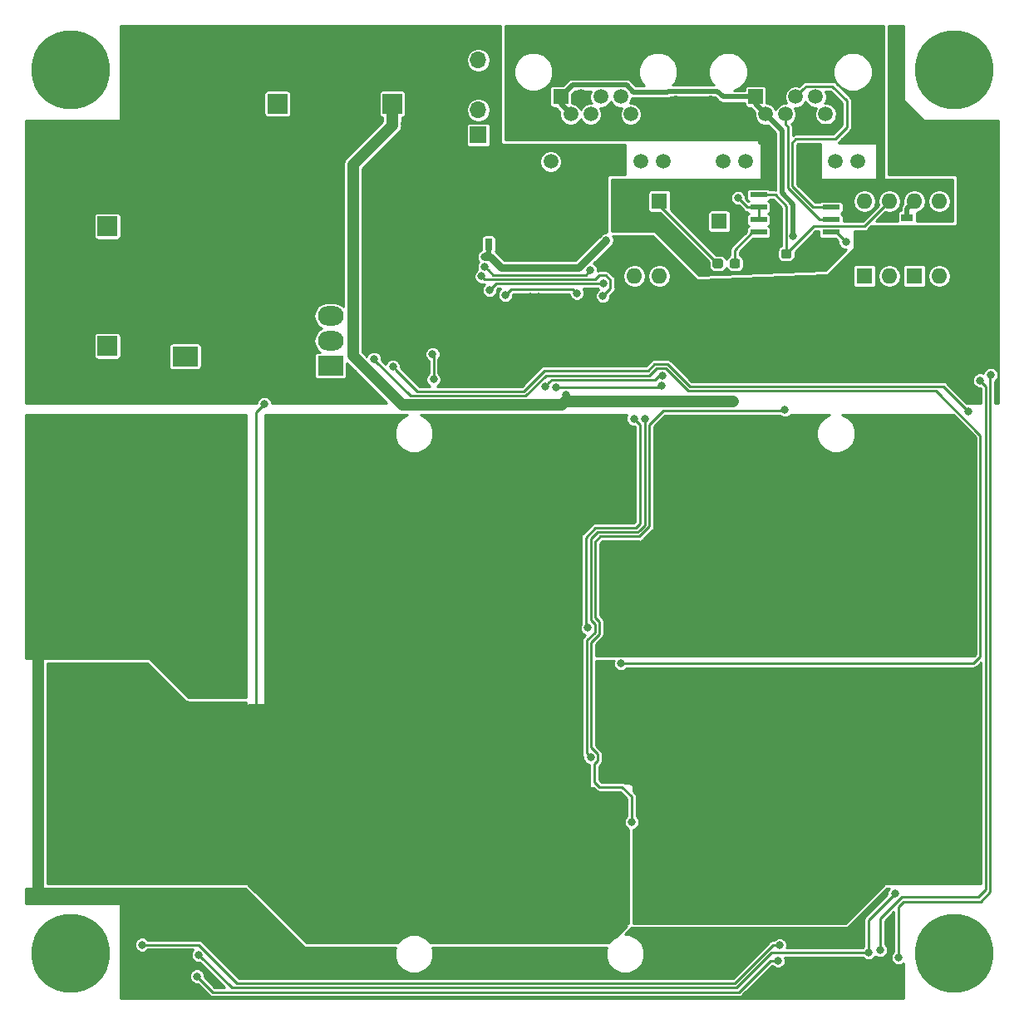
<source format=gbr>
G04 #@! TF.GenerationSoftware,KiCad,Pcbnew,(5.0.1)*
G04 #@! TF.CreationDate,2019-02-02T10:43:19+09:00*
G04 #@! TF.ProjectId,driver,6472697665722E6B696361645F706362,rev?*
G04 #@! TF.SameCoordinates,Original*
G04 #@! TF.FileFunction,Copper,L2,Bot,Signal*
G04 #@! TF.FilePolarity,Positive*
%FSLAX46Y46*%
G04 Gerber Fmt 4.6, Leading zero omitted, Abs format (unit mm)*
G04 Created by KiCad (PCBNEW (5.0.1)) date Sat Feb  2 10:43:19 2019*
%MOMM*%
%LPD*%
G01*
G04 APERTURE LIST*
G04 #@! TA.AperFunction,ComponentPad*
%ADD10O,2.600000X2.000000*%
G04 #@! TD*
G04 #@! TA.AperFunction,ComponentPad*
%ADD11R,2.600000X2.000000*%
G04 #@! TD*
G04 #@! TA.AperFunction,ComponentPad*
%ADD12R,1.600000X1.600000*%
G04 #@! TD*
G04 #@! TA.AperFunction,ComponentPad*
%ADD13O,1.600000X1.600000*%
G04 #@! TD*
G04 #@! TA.AperFunction,SMDPad,CuDef*
%ADD14R,0.750000X1.200000*%
G04 #@! TD*
G04 #@! TA.AperFunction,ComponentPad*
%ADD15R,2.600000X2.600000*%
G04 #@! TD*
G04 #@! TA.AperFunction,ComponentPad*
%ADD16C,2.600000*%
G04 #@! TD*
G04 #@! TA.AperFunction,Conductor*
%ADD17C,0.100000*%
G04 #@! TD*
G04 #@! TA.AperFunction,SMDPad,CuDef*
%ADD18C,0.950000*%
G04 #@! TD*
G04 #@! TA.AperFunction,WasherPad*
%ADD19C,8.000000*%
G04 #@! TD*
G04 #@! TA.AperFunction,ComponentPad*
%ADD20C,2.000000*%
G04 #@! TD*
G04 #@! TA.AperFunction,ComponentPad*
%ADD21R,2.000000X2.000000*%
G04 #@! TD*
G04 #@! TA.AperFunction,ComponentPad*
%ADD22R,1.700000X1.700000*%
G04 #@! TD*
G04 #@! TA.AperFunction,ComponentPad*
%ADD23O,1.700000X1.700000*%
G04 #@! TD*
G04 #@! TA.AperFunction,SMDPad,CuDef*
%ADD24R,1.200000X0.750000*%
G04 #@! TD*
G04 #@! TA.AperFunction,ComponentPad*
%ADD25C,1.600000*%
G04 #@! TD*
G04 #@! TA.AperFunction,ComponentPad*
%ADD26C,1.500000*%
G04 #@! TD*
G04 #@! TA.AperFunction,ComponentPad*
%ADD27R,1.500000X1.500000*%
G04 #@! TD*
G04 #@! TA.AperFunction,SMDPad,CuDef*
%ADD28R,1.750000X0.550000*%
G04 #@! TD*
G04 #@! TA.AperFunction,ViaPad*
%ADD29C,0.800000*%
G04 #@! TD*
G04 #@! TA.AperFunction,ViaPad*
%ADD30C,2.000000*%
G04 #@! TD*
G04 #@! TA.AperFunction,Conductor*
%ADD31C,0.500000*%
G04 #@! TD*
G04 #@! TA.AperFunction,Conductor*
%ADD32C,1.200000*%
G04 #@! TD*
G04 #@! TA.AperFunction,Conductor*
%ADD33C,0.800000*%
G04 #@! TD*
G04 #@! TA.AperFunction,Conductor*
%ADD34C,0.250000*%
G04 #@! TD*
G04 #@! TA.AperFunction,Conductor*
%ADD35C,0.254000*%
G04 #@! TD*
G04 APERTURE END LIST*
D10*
G04 #@! TO.P,J6,4*
G04 #@! TO.N,GND*
X101500000Y-82480000D03*
G04 #@! TO.P,J6,3*
G04 #@! TO.N,+3V3*
X101500000Y-85020000D03*
G04 #@! TO.P,J6,2*
G04 #@! TO.N,/SDA*
X101500000Y-87560000D03*
D11*
G04 #@! TO.P,J6,1*
G04 #@! TO.N,/SCL*
X101500000Y-90100000D03*
G04 #@! TD*
D12*
G04 #@! TO.P,U12,1*
G04 #@! TO.N,+3V3*
X160970000Y-80970000D03*
D13*
G04 #@! TO.P,U12,3*
G04 #@! TO.N,/ISO_DE*
X163510000Y-73350000D03*
G04 #@! TO.P,U12,2*
G04 #@! TO.N,Net-(R18-Pad2)*
X163510000Y-80970000D03*
G04 #@! TO.P,U12,4*
G04 #@! TO.N,/ISO_5V*
X160970000Y-73350000D03*
G04 #@! TD*
D14*
G04 #@! TO.P,C11,2*
G04 #@! TO.N,GND*
X117600000Y-75850000D03*
G04 #@! TO.P,C11,1*
G04 #@! TO.N,+3V3*
X117600000Y-77750000D03*
G04 #@! TD*
D15*
G04 #@! TO.P,J1,1*
G04 #@! TO.N,/OUT_A*
X165000000Y-104840000D03*
D16*
G04 #@! TO.P,J1,2*
X165000000Y-109920000D03*
G04 #@! TO.P,J1,3*
X165000000Y-115000000D03*
G04 #@! TD*
G04 #@! TO.P,J2,3*
G04 #@! TO.N,/OUT_B*
X165000000Y-135080000D03*
G04 #@! TO.P,J2,2*
X165000000Y-130000000D03*
D15*
G04 #@! TO.P,J2,1*
X165000000Y-124920000D03*
G04 #@! TD*
D16*
G04 #@! TO.P,J7,3*
G04 #@! TO.N,/VIN*
X75000000Y-124920000D03*
G04 #@! TO.P,J7,2*
X75000000Y-130000000D03*
D15*
G04 #@! TO.P,J7,1*
X75000000Y-135080000D03*
G04 #@! TD*
G04 #@! TO.P,J8,1*
G04 #@! TO.N,GND*
X75000000Y-115080000D03*
D16*
G04 #@! TO.P,J8,2*
X75000000Y-110000000D03*
G04 #@! TO.P,J8,3*
X75000000Y-104920000D03*
G04 #@! TD*
D17*
G04 #@! TO.N,/ISO_DI*
G04 #@! TO.C,R34*
G36*
X148235779Y-78226144D02*
X148258834Y-78229563D01*
X148281443Y-78235227D01*
X148303387Y-78243079D01*
X148324457Y-78253044D01*
X148344448Y-78265026D01*
X148363168Y-78278910D01*
X148380438Y-78294562D01*
X148396090Y-78311832D01*
X148409974Y-78330552D01*
X148421956Y-78350543D01*
X148431921Y-78371613D01*
X148439773Y-78393557D01*
X148445437Y-78416166D01*
X148448856Y-78439221D01*
X148450000Y-78462500D01*
X148450000Y-78937500D01*
X148448856Y-78960779D01*
X148445437Y-78983834D01*
X148439773Y-79006443D01*
X148431921Y-79028387D01*
X148421956Y-79049457D01*
X148409974Y-79069448D01*
X148396090Y-79088168D01*
X148380438Y-79105438D01*
X148363168Y-79121090D01*
X148344448Y-79134974D01*
X148324457Y-79146956D01*
X148303387Y-79156921D01*
X148281443Y-79164773D01*
X148258834Y-79170437D01*
X148235779Y-79173856D01*
X148212500Y-79175000D01*
X147637500Y-79175000D01*
X147614221Y-79173856D01*
X147591166Y-79170437D01*
X147568557Y-79164773D01*
X147546613Y-79156921D01*
X147525543Y-79146956D01*
X147505552Y-79134974D01*
X147486832Y-79121090D01*
X147469562Y-79105438D01*
X147453910Y-79088168D01*
X147440026Y-79069448D01*
X147428044Y-79049457D01*
X147418079Y-79028387D01*
X147410227Y-79006443D01*
X147404563Y-78983834D01*
X147401144Y-78960779D01*
X147400000Y-78937500D01*
X147400000Y-78462500D01*
X147401144Y-78439221D01*
X147404563Y-78416166D01*
X147410227Y-78393557D01*
X147418079Y-78371613D01*
X147428044Y-78350543D01*
X147440026Y-78330552D01*
X147453910Y-78311832D01*
X147469562Y-78294562D01*
X147486832Y-78278910D01*
X147505552Y-78265026D01*
X147525543Y-78253044D01*
X147546613Y-78243079D01*
X147568557Y-78235227D01*
X147591166Y-78229563D01*
X147614221Y-78226144D01*
X147637500Y-78225000D01*
X148212500Y-78225000D01*
X148235779Y-78226144D01*
X148235779Y-78226144D01*
G37*
D18*
G04 #@! TD*
G04 #@! TO.P,R34,1*
G04 #@! TO.N,/ISO_DI*
X147925000Y-78700000D03*
D17*
G04 #@! TO.N,/ISO_GND*
G04 #@! TO.C,R34*
G36*
X149985779Y-78226144D02*
X150008834Y-78229563D01*
X150031443Y-78235227D01*
X150053387Y-78243079D01*
X150074457Y-78253044D01*
X150094448Y-78265026D01*
X150113168Y-78278910D01*
X150130438Y-78294562D01*
X150146090Y-78311832D01*
X150159974Y-78330552D01*
X150171956Y-78350543D01*
X150181921Y-78371613D01*
X150189773Y-78393557D01*
X150195437Y-78416166D01*
X150198856Y-78439221D01*
X150200000Y-78462500D01*
X150200000Y-78937500D01*
X150198856Y-78960779D01*
X150195437Y-78983834D01*
X150189773Y-79006443D01*
X150181921Y-79028387D01*
X150171956Y-79049457D01*
X150159974Y-79069448D01*
X150146090Y-79088168D01*
X150130438Y-79105438D01*
X150113168Y-79121090D01*
X150094448Y-79134974D01*
X150074457Y-79146956D01*
X150053387Y-79156921D01*
X150031443Y-79164773D01*
X150008834Y-79170437D01*
X149985779Y-79173856D01*
X149962500Y-79175000D01*
X149387500Y-79175000D01*
X149364221Y-79173856D01*
X149341166Y-79170437D01*
X149318557Y-79164773D01*
X149296613Y-79156921D01*
X149275543Y-79146956D01*
X149255552Y-79134974D01*
X149236832Y-79121090D01*
X149219562Y-79105438D01*
X149203910Y-79088168D01*
X149190026Y-79069448D01*
X149178044Y-79049457D01*
X149168079Y-79028387D01*
X149160227Y-79006443D01*
X149154563Y-78983834D01*
X149151144Y-78960779D01*
X149150000Y-78937500D01*
X149150000Y-78462500D01*
X149151144Y-78439221D01*
X149154563Y-78416166D01*
X149160227Y-78393557D01*
X149168079Y-78371613D01*
X149178044Y-78350543D01*
X149190026Y-78330552D01*
X149203910Y-78311832D01*
X149219562Y-78294562D01*
X149236832Y-78278910D01*
X149255552Y-78265026D01*
X149275543Y-78253044D01*
X149296613Y-78243079D01*
X149318557Y-78235227D01*
X149341166Y-78229563D01*
X149364221Y-78226144D01*
X149387500Y-78225000D01*
X149962500Y-78225000D01*
X149985779Y-78226144D01*
X149985779Y-78226144D01*
G37*
D18*
G04 #@! TD*
G04 #@! TO.P,R34,2*
G04 #@! TO.N,/ISO_GND*
X149675000Y-78700000D03*
D17*
G04 #@! TO.N,Net-(R35-Pad2)*
G04 #@! TO.C,R35*
G36*
X141260160Y-79211393D02*
X141283215Y-79214812D01*
X141305824Y-79220476D01*
X141327768Y-79228328D01*
X141348838Y-79238293D01*
X141368829Y-79250275D01*
X141387549Y-79264159D01*
X141404819Y-79279811D01*
X141420471Y-79297081D01*
X141434355Y-79315801D01*
X141446337Y-79335792D01*
X141456302Y-79356862D01*
X141464154Y-79378806D01*
X141469818Y-79401415D01*
X141473237Y-79424470D01*
X141474381Y-79447749D01*
X141474381Y-79922749D01*
X141473237Y-79946028D01*
X141469818Y-79969083D01*
X141464154Y-79991692D01*
X141456302Y-80013636D01*
X141446337Y-80034706D01*
X141434355Y-80054697D01*
X141420471Y-80073417D01*
X141404819Y-80090687D01*
X141387549Y-80106339D01*
X141368829Y-80120223D01*
X141348838Y-80132205D01*
X141327768Y-80142170D01*
X141305824Y-80150022D01*
X141283215Y-80155686D01*
X141260160Y-80159105D01*
X141236881Y-80160249D01*
X140661881Y-80160249D01*
X140638602Y-80159105D01*
X140615547Y-80155686D01*
X140592938Y-80150022D01*
X140570994Y-80142170D01*
X140549924Y-80132205D01*
X140529933Y-80120223D01*
X140511213Y-80106339D01*
X140493943Y-80090687D01*
X140478291Y-80073417D01*
X140464407Y-80054697D01*
X140452425Y-80034706D01*
X140442460Y-80013636D01*
X140434608Y-79991692D01*
X140428944Y-79969083D01*
X140425525Y-79946028D01*
X140424381Y-79922749D01*
X140424381Y-79447749D01*
X140425525Y-79424470D01*
X140428944Y-79401415D01*
X140434608Y-79378806D01*
X140442460Y-79356862D01*
X140452425Y-79335792D01*
X140464407Y-79315801D01*
X140478291Y-79297081D01*
X140493943Y-79279811D01*
X140511213Y-79264159D01*
X140529933Y-79250275D01*
X140549924Y-79238293D01*
X140570994Y-79228328D01*
X140592938Y-79220476D01*
X140615547Y-79214812D01*
X140638602Y-79211393D01*
X140661881Y-79210249D01*
X141236881Y-79210249D01*
X141260160Y-79211393D01*
X141260160Y-79211393D01*
G37*
D18*
G04 #@! TD*
G04 #@! TO.P,R35,2*
G04 #@! TO.N,Net-(R35-Pad2)*
X140949381Y-79685249D03*
D17*
G04 #@! TO.N,/ISO_RO*
G04 #@! TO.C,R35*
G36*
X143010160Y-79211393D02*
X143033215Y-79214812D01*
X143055824Y-79220476D01*
X143077768Y-79228328D01*
X143098838Y-79238293D01*
X143118829Y-79250275D01*
X143137549Y-79264159D01*
X143154819Y-79279811D01*
X143170471Y-79297081D01*
X143184355Y-79315801D01*
X143196337Y-79335792D01*
X143206302Y-79356862D01*
X143214154Y-79378806D01*
X143219818Y-79401415D01*
X143223237Y-79424470D01*
X143224381Y-79447749D01*
X143224381Y-79922749D01*
X143223237Y-79946028D01*
X143219818Y-79969083D01*
X143214154Y-79991692D01*
X143206302Y-80013636D01*
X143196337Y-80034706D01*
X143184355Y-80054697D01*
X143170471Y-80073417D01*
X143154819Y-80090687D01*
X143137549Y-80106339D01*
X143118829Y-80120223D01*
X143098838Y-80132205D01*
X143077768Y-80142170D01*
X143055824Y-80150022D01*
X143033215Y-80155686D01*
X143010160Y-80159105D01*
X142986881Y-80160249D01*
X142411881Y-80160249D01*
X142388602Y-80159105D01*
X142365547Y-80155686D01*
X142342938Y-80150022D01*
X142320994Y-80142170D01*
X142299924Y-80132205D01*
X142279933Y-80120223D01*
X142261213Y-80106339D01*
X142243943Y-80090687D01*
X142228291Y-80073417D01*
X142214407Y-80054697D01*
X142202425Y-80034706D01*
X142192460Y-80013636D01*
X142184608Y-79991692D01*
X142178944Y-79969083D01*
X142175525Y-79946028D01*
X142174381Y-79922749D01*
X142174381Y-79447749D01*
X142175525Y-79424470D01*
X142178944Y-79401415D01*
X142184608Y-79378806D01*
X142192460Y-79356862D01*
X142202425Y-79335792D01*
X142214407Y-79315801D01*
X142228291Y-79297081D01*
X142243943Y-79279811D01*
X142261213Y-79264159D01*
X142279933Y-79250275D01*
X142299924Y-79238293D01*
X142320994Y-79228328D01*
X142342938Y-79220476D01*
X142365547Y-79214812D01*
X142388602Y-79211393D01*
X142411881Y-79210249D01*
X142986881Y-79210249D01*
X143010160Y-79211393D01*
X143010160Y-79211393D01*
G37*
D18*
G04 #@! TD*
G04 #@! TO.P,R35,1*
G04 #@! TO.N,/ISO_RO*
X142699381Y-79685249D03*
D13*
G04 #@! TO.P,U9,4*
G04 #@! TO.N,/ISO_5V*
X155890000Y-73350000D03*
G04 #@! TO.P,U9,2*
G04 #@! TO.N,Net-(R33-Pad2)*
X158430000Y-80970000D03*
G04 #@! TO.P,U9,3*
G04 #@! TO.N,/ISO_DI*
X158430000Y-73350000D03*
D12*
G04 #@! TO.P,U9,1*
G04 #@! TO.N,+3V3*
X155890000Y-80970000D03*
G04 #@! TD*
G04 #@! TO.P,U10,1*
G04 #@! TO.N,Net-(R35-Pad2)*
X135000000Y-73350000D03*
D13*
G04 #@! TO.P,U10,3*
G04 #@! TO.N,Net-(R36-Pad2)*
X132460000Y-80970000D03*
G04 #@! TO.P,U10,2*
G04 #@! TO.N,/ISO_GND*
X132460000Y-73350000D03*
G04 #@! TO.P,U10,4*
G04 #@! TO.N,+3V3*
X135000000Y-80970000D03*
G04 #@! TD*
D19*
G04 #@! TO.P,H1,1*
G04 #@! TO.N,*
X75000000Y-60000000D03*
G04 #@! TD*
G04 #@! TO.P,H2,1*
G04 #@! TO.N,*
X165000000Y-60000000D03*
G04 #@! TD*
G04 #@! TO.P,H3,1*
G04 #@! TO.N,*
X75000000Y-150000000D03*
G04 #@! TD*
G04 #@! TO.P,H4,1*
G04 #@! TO.N,*
X165000000Y-150000000D03*
G04 #@! TD*
D20*
G04 #@! TO.P,C2,2*
G04 #@! TO.N,GND*
X107800000Y-58400000D03*
D21*
G04 #@! TO.P,C2,1*
G04 #@! TO.N,+VSW*
X107800000Y-63400000D03*
G04 #@! TD*
G04 #@! TO.P,C3,1*
G04 #@! TO.N,Net-(C3-Pad1)*
X96100000Y-63400000D03*
D20*
G04 #@! TO.P,C3,2*
G04 #@! TO.N,GND*
X96100000Y-58400000D03*
G04 #@! TD*
G04 #@! TO.P,C15,2*
G04 #@! TO.N,GND*
X73800000Y-88100000D03*
D21*
G04 #@! TO.P,C15,1*
G04 #@! TO.N,Net-(C15-Pad1)*
X78800000Y-88100000D03*
G04 #@! TD*
G04 #@! TO.P,C19,1*
G04 #@! TO.N,+3V3*
X78800000Y-75900000D03*
D20*
G04 #@! TO.P,C19,2*
G04 #@! TO.N,GND*
X73800000Y-75900000D03*
G04 #@! TD*
D22*
G04 #@! TO.P,J9,1*
G04 #@! TO.N,+3V3*
X116550000Y-66590000D03*
D23*
G04 #@! TO.P,J9,2*
G04 #@! TO.N,/SWCLK*
X116550000Y-64050000D03*
G04 #@! TO.P,J9,3*
G04 #@! TO.N,GND*
X116550000Y-61510000D03*
G04 #@! TO.P,J9,4*
G04 #@! TO.N,/SWDIO*
X116550000Y-58970000D03*
G04 #@! TD*
D11*
G04 #@! TO.P,J10,1*
G04 #@! TO.N,+3V3*
X86700000Y-89140000D03*
D10*
G04 #@! TO.P,J10,2*
G04 #@! TO.N,GND*
X86700000Y-86600000D03*
G04 #@! TD*
D24*
G04 #@! TO.P,C6,1*
G04 #@! TO.N,/ISO_5V*
X160250000Y-75000000D03*
G04 #@! TO.P,C6,2*
G04 #@! TO.N,/ISO_GND*
X162150000Y-75000000D03*
G04 #@! TD*
D12*
G04 #@! TO.P,C8,1*
G04 #@! TO.N,/ISO_5V*
X141099381Y-75385249D03*
D25*
G04 #@! TO.P,C8,2*
G04 #@! TO.N,/ISO_GND*
X141099381Y-77385249D03*
G04 #@! TD*
D26*
G04 #@! TO.P,J4,12*
G04 #@! TO.N,/CLED1*
X155220000Y-69300000D03*
G04 #@! TO.P,J4,11*
G04 #@! TO.N,GND*
X152930000Y-69300000D03*
G04 #@! TO.P,J4,10*
G04 #@! TO.N,/CLED2*
X143790000Y-69300000D03*
G04 #@! TO.P,J4,9*
G04 #@! TO.N,GND*
X141500000Y-69300000D03*
D20*
G04 #@! TO.P,J4,SH*
G04 #@! TO.N,/ISO_GND*
X140230000Y-63590000D03*
X156490000Y-63590000D03*
D26*
G04 #@! TO.P,J4,8*
G04 #@! TO.N,Net-(J4-Pad8)*
X151940000Y-64480000D03*
G04 #@! TO.P,J4,6*
G04 #@! TO.N,/ISO_GND*
X149900000Y-64480000D03*
G04 #@! TO.P,J4,4*
G04 #@! TO.N,/RS485_B*
X147860000Y-64480000D03*
G04 #@! TO.P,J4,2*
G04 #@! TO.N,/BUS_VCC*
X145820000Y-64480000D03*
G04 #@! TO.P,J4,7*
G04 #@! TO.N,Net-(J4-Pad7)*
X150920000Y-62700000D03*
G04 #@! TO.P,J4,5*
G04 #@! TO.N,/RX485_A*
X148880000Y-62700000D03*
G04 #@! TO.P,J4,3*
G04 #@! TO.N,/ISO_GND*
X146840000Y-62700000D03*
D27*
G04 #@! TO.P,J4,1*
G04 #@! TO.N,/BUS_VCC*
X144800000Y-62700000D03*
G04 #@! TD*
G04 #@! TO.P,J5,1*
G04 #@! TO.N,/BUS_VCC*
X124950000Y-62700000D03*
D26*
G04 #@! TO.P,J5,3*
G04 #@! TO.N,/ISO_GND*
X126990000Y-62700000D03*
G04 #@! TO.P,J5,5*
G04 #@! TO.N,/RX485_A*
X129030000Y-62700000D03*
G04 #@! TO.P,J5,7*
G04 #@! TO.N,Net-(J5-Pad7)*
X131070000Y-62700000D03*
G04 #@! TO.P,J5,2*
G04 #@! TO.N,/BUS_VCC*
X125970000Y-64480000D03*
G04 #@! TO.P,J5,4*
G04 #@! TO.N,/RS485_B*
X128010000Y-64480000D03*
G04 #@! TO.P,J5,6*
G04 #@! TO.N,/ISO_GND*
X130050000Y-64480000D03*
G04 #@! TO.P,J5,8*
G04 #@! TO.N,Net-(J5-Pad8)*
X132090000Y-64480000D03*
D20*
G04 #@! TO.P,J5,SH*
G04 #@! TO.N,/ISO_GND*
X136640000Y-63590000D03*
X120380000Y-63590000D03*
D26*
G04 #@! TO.P,J5,9*
G04 #@! TO.N,GND*
X121650000Y-69300000D03*
G04 #@! TO.P,J5,10*
G04 #@! TO.N,/CLED4*
X123940000Y-69300000D03*
G04 #@! TO.P,J5,11*
G04 #@! TO.N,GND*
X133080000Y-69300000D03*
G04 #@! TO.P,J5,12*
G04 #@! TO.N,/CLED3*
X135370000Y-69300000D03*
G04 #@! TD*
D28*
G04 #@! TO.P,U13,1*
G04 #@! TO.N,/ISO_RO*
X145100000Y-76505000D03*
G04 #@! TO.P,U13,2*
G04 #@! TO.N,/ISO_DE*
X145100000Y-75235000D03*
G04 #@! TO.P,U13,3*
X145100000Y-73965000D03*
G04 #@! TO.P,U13,4*
G04 #@! TO.N,/ISO_DI*
X145100000Y-72695000D03*
G04 #@! TO.P,U13,5*
G04 #@! TO.N,/ISO_GND*
X152500000Y-72695000D03*
G04 #@! TO.P,U13,6*
G04 #@! TO.N,/RX485_A*
X152500000Y-73965000D03*
G04 #@! TO.P,U13,7*
G04 #@! TO.N,/RS485_B*
X152500000Y-75235000D03*
G04 #@! TO.P,U13,8*
G04 #@! TO.N,/ISO_5V*
X152500000Y-76505000D03*
G04 #@! TD*
D29*
G04 #@! TO.N,+VSW*
X142500000Y-93750000D03*
X125500000Y-93025010D03*
D30*
G04 #@! TO.N,GND*
X80750000Y-66000000D03*
X89500000Y-61000000D03*
X102000000Y-60750000D03*
X94500000Y-69500000D03*
X100000000Y-65750000D03*
X77750000Y-82000000D03*
X89000000Y-98000000D03*
X89000000Y-103000000D03*
X89000000Y-100500000D03*
X89000000Y-105500000D03*
X89000000Y-108000000D03*
X89000000Y-110500000D03*
X89000000Y-113000000D03*
X89000000Y-115500000D03*
X89000000Y-118000000D03*
X89000000Y-120500000D03*
X91500000Y-145500000D03*
X86500000Y-74750000D03*
X86750000Y-82750000D03*
X139500000Y-90000000D03*
X134100000Y-87600000D03*
D29*
X99500000Y-69400000D03*
X99500000Y-68200000D03*
X100600000Y-68200000D03*
X100600000Y-69200000D03*
X80400000Y-79500000D03*
X79600000Y-80800000D03*
X86000000Y-77100000D03*
X81400000Y-76000000D03*
X83600000Y-74600000D03*
X95300000Y-81200000D03*
X94300000Y-90000000D03*
X128600000Y-87500000D03*
X143800000Y-88700000D03*
X96400000Y-89200000D03*
X97200000Y-87500000D03*
X97300000Y-92200000D03*
X120100000Y-90800000D03*
X118300000Y-74300000D03*
X117100000Y-74300000D03*
X117100000Y-73100000D03*
X165500000Y-83500000D03*
X161900000Y-84500000D03*
X156900000Y-88500000D03*
X158600000Y-78100000D03*
X162700000Y-78100000D03*
X123600000Y-73400000D03*
D30*
X139500000Y-82800000D03*
X112000000Y-85400000D03*
X101300000Y-76900000D03*
X101300000Y-79200000D03*
X105700000Y-77800000D03*
X105700000Y-80100000D03*
X105700000Y-82400000D03*
X105700000Y-84700000D03*
X117000000Y-90600000D03*
D29*
X123700000Y-87000000D03*
D30*
X109700000Y-65500000D03*
X108700000Y-71100000D03*
X97100000Y-76100000D03*
X97100000Y-78200000D03*
X97100000Y-80300000D03*
X107500000Y-74900000D03*
D29*
X110400000Y-77600000D03*
X111600000Y-79300000D03*
X129800000Y-79300000D03*
X121300000Y-76200000D03*
X122100000Y-76200000D03*
X121300000Y-77000000D03*
X122100000Y-77000000D03*
X123600000Y-79100000D03*
X121900000Y-83100000D03*
X124300000Y-84600000D03*
X122700000Y-83100000D03*
X122600000Y-86600000D03*
X156900000Y-89500000D03*
X165500000Y-82600000D03*
X120100000Y-89900000D03*
X156900000Y-84600000D03*
X124300000Y-89874990D03*
X150312660Y-91474990D03*
X140300000Y-149900000D03*
X150300000Y-148700000D03*
X122712660Y-79112660D03*
X105250000Y-92750000D03*
G04 #@! TO.N,+3V3*
X117200000Y-79000000D03*
X129600000Y-77300000D03*
X158989324Y-143889324D03*
X88087339Y-150112659D03*
X156330000Y-149900000D03*
G04 #@! TO.N,/VIN_MON*
X126600000Y-82700000D03*
X119300000Y-82900000D03*
X112000000Y-91500000D03*
X111900000Y-88900000D03*
G04 #@! TO.N,/ISO_5V*
X154000000Y-77500000D03*
G04 #@! TO.N,/ISO_GND*
X152000000Y-79000000D03*
X138000000Y-73000000D03*
X143700000Y-78600000D03*
X147000000Y-74800000D03*
X154400000Y-73100000D03*
X164600000Y-72300000D03*
X153375000Y-64700000D03*
G04 #@! TO.N,/DRV1F*
X128000000Y-130000000D03*
X133519082Y-95522671D03*
G04 #@! TO.N,/DRV2F*
X132200000Y-136600000D03*
X147800000Y-94600000D03*
G04 #@! TO.N,/DRV3F*
X127700000Y-116800000D03*
X132400002Y-95500000D03*
G04 #@! TO.N,/OUT_A*
X131500000Y-113500000D03*
X130500000Y-114500000D03*
X131500000Y-114500000D03*
X130500000Y-113500000D03*
X130500000Y-112500000D03*
X131500000Y-112500000D03*
X131500000Y-115500000D03*
X130500000Y-115500000D03*
X129500000Y-115500000D03*
X129500000Y-114500000D03*
X129500000Y-113500000D03*
X129500000Y-112500000D03*
X129500000Y-111500000D03*
X130500000Y-111500000D03*
X131500000Y-111500000D03*
D30*
X130000000Y-109000000D03*
X133000000Y-109000000D03*
X136000000Y-109000000D03*
X136000000Y-109000000D03*
X136000000Y-109000000D03*
X139000000Y-109000000D03*
X136000000Y-112000000D03*
X136000000Y-115000000D03*
X136000000Y-118000000D03*
X133000000Y-118000000D03*
X139000000Y-118000000D03*
X139000000Y-115000000D03*
X139000000Y-112000000D03*
X142000000Y-115000000D03*
X142000000Y-118000000D03*
X142000000Y-109000000D03*
X142000000Y-112000000D03*
D29*
G04 #@! TO.N,/OUT_B*
X131000000Y-126500000D03*
X131000000Y-127500000D03*
X130000000Y-127500000D03*
X130000000Y-126500000D03*
X130000000Y-125500000D03*
X131000000Y-125500000D03*
X132000000Y-126500000D03*
X132000000Y-125500000D03*
X132000000Y-124500000D03*
X132000000Y-127500000D03*
X129000000Y-124500000D03*
X129000000Y-125500000D03*
X129000000Y-126500000D03*
X129000000Y-127500000D03*
X129000000Y-128500000D03*
X130000000Y-128500000D03*
X131000000Y-128500000D03*
X132000000Y-128500000D03*
D30*
X130000000Y-131000000D03*
X133000000Y-131000000D03*
X136000000Y-131000000D03*
X139000000Y-131000000D03*
X142000000Y-131000000D03*
X142000000Y-128000000D03*
X142000000Y-125000000D03*
X142000000Y-122000000D03*
X139000000Y-122000000D03*
X136000000Y-122000000D03*
X133000000Y-122000000D03*
X136000000Y-125000000D03*
X136000000Y-128000000D03*
X139000000Y-128000000D03*
X139000000Y-125000000D03*
D29*
X131000000Y-124500000D03*
X130000000Y-124500000D03*
G04 #@! TO.N,/VIN*
X130000000Y-140000000D03*
X130000000Y-141000000D03*
X129000000Y-141000000D03*
X129000000Y-140000000D03*
X129000000Y-139000000D03*
X129000000Y-138000000D03*
X130000000Y-138000000D03*
X131000000Y-138000000D03*
X131000000Y-140000000D03*
X131000000Y-141000000D03*
X131000000Y-142000000D03*
X130000000Y-142000000D03*
X129000000Y-142000000D03*
X128000000Y-142000000D03*
X128000000Y-141000000D03*
X128000000Y-140000000D03*
X128000000Y-139000000D03*
X128000000Y-138000000D03*
X130000000Y-100000000D03*
X130000000Y-101000000D03*
X129000000Y-101000000D03*
X129000000Y-100000000D03*
X129000000Y-99000000D03*
X130000000Y-99000000D03*
X131000000Y-99000000D03*
X131000000Y-100000000D03*
X131000000Y-101000000D03*
X131000000Y-102000000D03*
X130000000Y-102000000D03*
X129000000Y-102000000D03*
X128000000Y-102000000D03*
X128000000Y-101000000D03*
X128000000Y-100000000D03*
X128000000Y-99000000D03*
X128000000Y-98000000D03*
X129000000Y-98000000D03*
X130000000Y-98000000D03*
X131000000Y-98000000D03*
D30*
X130000000Y-96500000D03*
X127000000Y-96500000D03*
X124000000Y-96500000D03*
X121000000Y-96500000D03*
X118000000Y-96500000D03*
X118000000Y-99000000D03*
X118000000Y-102000000D03*
X118000000Y-105000000D03*
X121000000Y-105000000D03*
X124000000Y-105000000D03*
X127000000Y-105000000D03*
X130000000Y-105000000D03*
X121000000Y-102000000D03*
X121000000Y-99000000D03*
X124000000Y-99000000D03*
X124000000Y-102000000D03*
X130000000Y-136000000D03*
X127000000Y-136000000D03*
X124000000Y-136000000D03*
X121000000Y-136000000D03*
X118000000Y-136000000D03*
X121000000Y-139000000D03*
X118000000Y-139000000D03*
X118000000Y-142000000D03*
X121000000Y-142000000D03*
X121000000Y-145000000D03*
X118000000Y-145000000D03*
X124000000Y-145000000D03*
X127000000Y-145000000D03*
X130000000Y-145000000D03*
X115000000Y-136000000D03*
X115000000Y-139000000D03*
X115000000Y-142000000D03*
X115000000Y-145000000D03*
X99000000Y-129000000D03*
X102000000Y-128000000D03*
X97000000Y-127000000D03*
X104000000Y-130000000D03*
X96000000Y-130000000D03*
X98000000Y-132000000D03*
X94000000Y-128000000D03*
X111000000Y-133000000D03*
X107000000Y-129000000D03*
X108000000Y-134000000D03*
X100000000Y-126000000D03*
X103000000Y-133000000D03*
X101000000Y-131000000D03*
X112000000Y-130000000D03*
X114000000Y-132000000D03*
X109000000Y-131000000D03*
X106000000Y-132000000D03*
X105000000Y-135000000D03*
X102000000Y-136000000D03*
X100000000Y-134000000D03*
D29*
X130000000Y-139000000D03*
X131000000Y-139000000D03*
X94750000Y-94000000D03*
G04 #@! TO.N,/CTRL_B*
X135300000Y-91100000D03*
X123362335Y-92237665D03*
G04 #@! TO.N,/CTRL_A*
X135253882Y-92098948D03*
X124449990Y-92300000D03*
G04 #@! TO.N,/TX*
X116900000Y-81000000D03*
X129251150Y-83000000D03*
G04 #@! TO.N,/RX*
X117700000Y-82400000D03*
X129300001Y-81700001D03*
G04 #@! TO.N,/BUS_VCC*
X148650000Y-76910249D03*
G04 #@! TO.N,/SDA*
X131100000Y-120400000D03*
X105950000Y-89400000D03*
G04 #@! TO.N,/SCL*
X166500000Y-94800000D03*
X107850000Y-90200000D03*
G04 #@! TO.N,/DE*
X127956666Y-80386667D03*
X117187342Y-80012661D03*
G04 #@! TO.N,/ISO_DE*
X143000000Y-73000000D03*
G04 #@! TO.N,/SLED1*
X168750000Y-91050000D03*
X159344239Y-150375010D03*
G04 #@! TO.N,/SLED2*
X87900000Y-152300000D03*
X147086411Y-150700000D03*
G04 #@! TO.N,/SLED3*
X82300000Y-149075000D03*
X147237002Y-149149989D03*
G04 #@! TO.N,/SLED4*
X167650000Y-91600000D03*
X157484796Y-149626213D03*
G04 #@! TD*
D31*
G04 #@! TO.N,+VSW*
X125500000Y-93650000D02*
X125400000Y-93750000D01*
X125500000Y-93025010D02*
X125500000Y-93650000D01*
D32*
X142500000Y-93750000D02*
X125400000Y-93750000D01*
X107800000Y-65600000D02*
X107800000Y-63400000D01*
X103800000Y-69600000D02*
X107800000Y-65600000D01*
X104830108Y-90100000D02*
X104800000Y-90100000D01*
X108830137Y-94100029D02*
X104830108Y-90100000D01*
X125400000Y-93750000D02*
X125049971Y-94100029D01*
X103800000Y-89100000D02*
X103800000Y-69600000D01*
X104800000Y-90100000D02*
X103800000Y-89100000D01*
X125049971Y-94100029D02*
X108830137Y-94100029D01*
D33*
G04 #@! TO.N,GND*
X123600000Y-71250000D02*
X121650000Y-69300000D01*
X123600000Y-73400000D02*
X123600000Y-71250000D01*
D32*
X71700000Y-119300000D02*
X71700000Y-143800000D01*
X75000000Y-115080000D02*
X75000000Y-116000000D01*
X75000000Y-116000000D02*
X71700000Y-119300000D01*
D31*
G04 #@! TO.N,+3V3*
X117600000Y-78600000D02*
X117200000Y-79000000D01*
X117600000Y-77750000D02*
X117600000Y-78600000D01*
D33*
X117765685Y-79000000D02*
X117200000Y-79000000D01*
X118890686Y-80125001D02*
X117765685Y-79000000D01*
X126774999Y-80125001D02*
X118890686Y-80125001D01*
X129600000Y-77300000D02*
X126774999Y-80125001D01*
D34*
X146436411Y-149900000D02*
X155764315Y-149900000D01*
X91424691Y-153450011D02*
X142886400Y-153450011D01*
X156330000Y-146548648D02*
X156330000Y-149334315D01*
X156330000Y-149334315D02*
X156330000Y-149900000D01*
X158989324Y-143889324D02*
X156330000Y-146548648D01*
X88087339Y-150112659D02*
X91424691Y-153450011D01*
X142886400Y-153450011D02*
X146436411Y-149900000D01*
X155764315Y-149900000D02*
X156330000Y-149900000D01*
G04 #@! TO.N,/VIN_MON*
X126600000Y-82700000D02*
X126200000Y-82300000D01*
X119900000Y-82300000D02*
X119300000Y-82900000D01*
X126200000Y-82300000D02*
X119900000Y-82300000D01*
X112000000Y-91500000D02*
X112000000Y-89000000D01*
X112000000Y-89000000D02*
X111900000Y-88900000D01*
G04 #@! TO.N,/ISO_5V*
X152500000Y-76505000D02*
X153005000Y-76505000D01*
X153005000Y-76505000D02*
X154000000Y-77500000D01*
D31*
X160250000Y-74070000D02*
X160970000Y-73350000D01*
X160250000Y-75000000D02*
X160250000Y-74070000D01*
D34*
G04 #@! TO.N,/ISO_GND*
X152519999Y-65555001D02*
X153375000Y-64700000D01*
X149900000Y-64480000D02*
X150975001Y-65555001D01*
X150975001Y-65555001D02*
X152519999Y-65555001D01*
G04 #@! TO.N,/DRV1F*
X133000000Y-106836410D02*
X132936410Y-106900000D01*
X133500000Y-95541753D02*
X133519082Y-95522671D01*
X133000000Y-106836410D02*
X133500000Y-106336410D01*
X133500000Y-106336410D02*
X133500000Y-95541753D01*
X128686400Y-107050010D02*
X132786400Y-107050010D01*
X128000000Y-107736410D02*
X128686400Y-107050010D01*
X128000000Y-130000000D02*
X127600001Y-129600001D01*
X127600001Y-118073001D02*
X128425001Y-117248001D01*
X132786400Y-107050010D02*
X133000000Y-106836410D01*
X128425001Y-117248001D02*
X128425001Y-116451999D01*
X128425001Y-116451999D02*
X128000000Y-116026998D01*
X127600001Y-129600001D02*
X127600001Y-118073001D01*
X128000000Y-116026998D02*
X128000000Y-107736410D01*
G04 #@! TO.N,/DRV2F*
X128450010Y-111600000D02*
X128450010Y-111349990D01*
X128450010Y-115750010D02*
X128450010Y-111600000D01*
X128875011Y-117434401D02*
X128875011Y-116175011D01*
X128050011Y-118259401D02*
X128875011Y-117434401D01*
X128050011Y-128977009D02*
X128050011Y-118259401D01*
X128725001Y-129651999D02*
X128050011Y-128977009D01*
X128725001Y-130348001D02*
X128725001Y-129651999D01*
X128400000Y-130673002D02*
X128725001Y-130348001D01*
X131200000Y-133000000D02*
X128900000Y-133000000D01*
X128400000Y-132500000D02*
X128400000Y-130673002D01*
X128875011Y-116175011D02*
X128450010Y-115750010D01*
X132200000Y-134000000D02*
X131200000Y-133000000D01*
X132200000Y-136600000D02*
X132200000Y-134000000D01*
X128900000Y-133000000D02*
X128400000Y-132500000D01*
X128450010Y-108049990D02*
X128450010Y-111600000D01*
X128999980Y-107500020D02*
X128450010Y-108049990D01*
X147700000Y-94700000D02*
X135400000Y-94700000D01*
X147800000Y-94600000D02*
X147700000Y-94700000D01*
X135400000Y-94700000D02*
X134000000Y-96100000D01*
X134000000Y-96100000D02*
X134000000Y-106472820D01*
X134000000Y-106472820D02*
X132972801Y-107500019D01*
X132972801Y-107500019D02*
X128999980Y-107500020D01*
G04 #@! TO.N,/DRV3F*
X133000000Y-96099998D02*
X132400002Y-95500000D01*
X127500000Y-116600000D02*
X127500000Y-107600000D01*
X127700000Y-116800000D02*
X127500000Y-116600000D01*
X128500000Y-106600000D02*
X132600000Y-106600000D01*
X127500000Y-107600000D02*
X128500000Y-106600000D01*
X132600000Y-106600000D02*
X133000000Y-106200000D01*
X133000000Y-106200000D02*
X133000000Y-96099998D01*
G04 #@! TO.N,/VIN*
X93900000Y-124750000D02*
X93500000Y-124750000D01*
X94750000Y-94000000D02*
X93900000Y-94850000D01*
X93900000Y-94850000D02*
X93900000Y-124750000D01*
G04 #@! TO.N,/CTRL_B*
X123762334Y-91837666D02*
X123362335Y-92237665D01*
X124025001Y-91574999D02*
X123762334Y-91837666D01*
X134525001Y-91574999D02*
X124025001Y-91574999D01*
X135300000Y-91100000D02*
X135000000Y-91100000D01*
X135000000Y-91100000D02*
X134525001Y-91574999D01*
G04 #@! TO.N,/CTRL_A*
X135052830Y-92300000D02*
X124449990Y-92300000D01*
X135253882Y-92098948D02*
X135052830Y-92300000D01*
G04 #@! TO.N,/TX*
X129651149Y-82600001D02*
X129251150Y-83000000D01*
X130025002Y-82226148D02*
X129651149Y-82600001D01*
X116900000Y-81000000D02*
X117200022Y-81300022D01*
X117200022Y-81300022D02*
X128499978Y-81300022D01*
X128499978Y-81300022D02*
X128900000Y-80900000D01*
X128900000Y-80900000D02*
X129573002Y-80900000D01*
X129573002Y-80900000D02*
X130025002Y-81352000D01*
X130025002Y-81352000D02*
X130025002Y-82226148D01*
G04 #@! TO.N,/RX*
X129249969Y-81750033D02*
X129300001Y-81700001D01*
X117700000Y-82400000D02*
X118349967Y-81750033D01*
X118349967Y-81750033D02*
X129249969Y-81750033D01*
G04 #@! TO.N,/RX485_A*
X149629999Y-61950001D02*
X148880000Y-62700000D01*
X152624999Y-61624999D02*
X149955001Y-61624999D01*
X154100000Y-65800000D02*
X154100000Y-63100000D01*
X149955001Y-61624999D02*
X149629999Y-61950001D01*
X150665000Y-73965000D02*
X148525022Y-71825022D01*
X154100000Y-63100000D02*
X152624999Y-61624999D01*
X152500000Y-73965000D02*
X150665000Y-73965000D01*
X148900000Y-67000000D02*
X152900000Y-67000000D01*
X148525022Y-71825022D02*
X148525022Y-67374978D01*
X148525022Y-67374978D02*
X148900000Y-67000000D01*
X152900000Y-67000000D02*
X154100000Y-65800000D01*
G04 #@! TO.N,/RS485_B*
X147860000Y-64480000D02*
X147860000Y-65540660D01*
X151298589Y-75235000D02*
X151375000Y-75235000D01*
X148075011Y-72011422D02*
X151298589Y-75235000D01*
X147860000Y-65540660D02*
X148075011Y-65755671D01*
X148075011Y-65755671D02*
X148075011Y-72011422D01*
X151375000Y-75235000D02*
X152500000Y-75235000D01*
D31*
G04 #@! TO.N,/BUS_VCC*
X124950000Y-63460000D02*
X125970000Y-64480000D01*
X124950000Y-62700000D02*
X124950000Y-63460000D01*
X144800000Y-63460000D02*
X145820000Y-64480000D01*
X144800000Y-62700000D02*
X144800000Y-63460000D01*
X126150001Y-61499999D02*
X124950000Y-62700000D01*
X131646001Y-61499999D02*
X126150001Y-61499999D01*
X132381003Y-62235001D02*
X131646001Y-61499999D01*
X135856001Y-62235001D02*
X132381003Y-62235001D01*
X135951003Y-62139999D02*
X135856001Y-62235001D01*
X140926001Y-62139999D02*
X135951003Y-62139999D01*
X141486002Y-62700000D02*
X140926001Y-62139999D01*
X144800000Y-62700000D02*
X141486002Y-62700000D01*
X147500000Y-72500000D02*
X148650000Y-73650000D01*
X147500000Y-66160000D02*
X147500000Y-72500000D01*
X148650000Y-73650000D02*
X148650000Y-76910249D01*
X145820000Y-64480000D02*
X147500000Y-66160000D01*
D34*
G04 #@! TO.N,/SDA*
X105950000Y-89473002D02*
X105950000Y-89400000D01*
X109627009Y-93150011D02*
X105950000Y-89473002D01*
X133974999Y-91100000D02*
X123426998Y-91100000D01*
X134700000Y-90374999D02*
X133974999Y-91100000D01*
X135648001Y-90374999D02*
X134700000Y-90374999D01*
X167000000Y-120400000D02*
X167700000Y-119700000D01*
X123426998Y-91100000D02*
X121376988Y-93150011D01*
X131100000Y-120400000D02*
X167000000Y-120400000D01*
X167700000Y-119700000D02*
X167700000Y-97200000D01*
X167700000Y-97200000D02*
X163150011Y-92650011D01*
X121376988Y-93150011D02*
X109627009Y-93150011D01*
X137923012Y-92650011D02*
X135648001Y-90374999D01*
X163150011Y-92650011D02*
X137923012Y-92650011D01*
G04 #@! TO.N,/SCL*
X110350000Y-92700000D02*
X108249999Y-90599999D01*
X108249999Y-90599999D02*
X107850000Y-90200000D01*
X123290588Y-90600000D02*
X121190588Y-92700000D01*
X138109412Y-92200000D02*
X135834401Y-89924988D01*
X135834401Y-89924988D02*
X134513600Y-89924988D01*
X133838589Y-90600000D02*
X123290588Y-90600000D01*
X163900000Y-92200000D02*
X138109412Y-92200000D01*
X166500000Y-94800000D02*
X163900000Y-92200000D01*
X121190588Y-92700000D02*
X110350000Y-92700000D01*
X134513600Y-89924988D02*
X133838589Y-90600000D01*
G04 #@! TO.N,/DE*
X117200000Y-80000003D02*
X117187342Y-80012661D01*
X127956666Y-80386667D02*
X127493322Y-80850011D01*
X127493322Y-80850011D02*
X118050008Y-80850011D01*
X118050008Y-80850011D02*
X117599999Y-80400002D01*
X117599999Y-80400002D02*
X117200000Y-80000003D01*
G04 #@! TO.N,/ISO_DE*
X145100000Y-75235000D02*
X145100000Y-73965000D01*
X145100000Y-73965000D02*
X143965000Y-73965000D01*
X143965000Y-73965000D02*
X143000000Y-73000000D01*
G04 #@! TO.N,/ISO_DI*
X146795000Y-72695000D02*
X145100000Y-72695000D01*
X147925000Y-78700000D02*
X147925000Y-73825000D01*
X147925000Y-73825000D02*
X146795000Y-72695000D01*
X150725000Y-75900000D02*
X147925000Y-78700000D01*
X158430000Y-73350000D02*
X155880000Y-75900000D01*
X155880000Y-75900000D02*
X150725000Y-75900000D01*
G04 #@! TO.N,Net-(R35-Pad2)*
X135000000Y-73735868D02*
X135000000Y-73350000D01*
X140949381Y-79685249D02*
X135000000Y-73735868D01*
G04 #@! TO.N,/ISO_RO*
X144500000Y-76505000D02*
X145100000Y-76505000D01*
X142699381Y-78305619D02*
X144500000Y-76505000D01*
X142699381Y-79685249D02*
X142699381Y-78305619D01*
G04 #@! TO.N,/SLED1*
X168700000Y-91100000D02*
X168700000Y-143700000D01*
X159344239Y-149809325D02*
X159344239Y-150375010D01*
X159865374Y-144674990D02*
X159344239Y-145196125D01*
X168750000Y-91050000D02*
X168700000Y-91100000D01*
X168700000Y-143700000D02*
X167725010Y-144674990D01*
X167725010Y-144674990D02*
X159865374Y-144674990D01*
X159344239Y-145196125D02*
X159344239Y-149809325D01*
G04 #@! TO.N,/SLED2*
X146300000Y-150700000D02*
X147086411Y-150700000D01*
X87900000Y-152300000D02*
X89500022Y-153900022D01*
X143099978Y-153900022D02*
X146300000Y-150700000D01*
X89500022Y-153900022D02*
X143099978Y-153900022D01*
G04 #@! TO.N,/SLED3*
X146540598Y-149149989D02*
X147237002Y-149149989D01*
X142690587Y-153000000D02*
X146540598Y-149149989D01*
X92000000Y-153000000D02*
X142690587Y-153000000D01*
X82300000Y-149075000D02*
X88075000Y-149075000D01*
X88075000Y-149075000D02*
X92000000Y-153000000D01*
G04 #@! TO.N,/SLED4*
X167475021Y-144224979D02*
X159678974Y-144224979D01*
X157484796Y-149060528D02*
X157484796Y-149626213D01*
X159678974Y-144224979D02*
X157484796Y-146419157D01*
X168249989Y-143450011D02*
X167475021Y-144224979D01*
X157484796Y-146419157D02*
X157484796Y-149060528D01*
X167650000Y-91600000D02*
X168249989Y-92199989D01*
X168249989Y-92199989D02*
X168249989Y-143450011D01*
G04 #@! TD*
D35*
G04 #@! TO.N,/OUT_A*
G36*
X151880119Y-95323980D02*
X151323980Y-95880119D01*
X151023000Y-96606750D01*
X151023000Y-97393250D01*
X151323980Y-98119881D01*
X151880119Y-98676020D01*
X152606750Y-98977000D01*
X153393250Y-98977000D01*
X154119881Y-98676020D01*
X154676020Y-98119881D01*
X154977000Y-97393250D01*
X154977000Y-96606750D01*
X154676020Y-95880119D01*
X154119881Y-95323980D01*
X153644329Y-95127000D01*
X164917065Y-95127000D01*
X167198001Y-97407937D01*
X167198000Y-119492065D01*
X167067065Y-119623000D01*
X128552011Y-119623000D01*
X128552011Y-118467335D01*
X129195024Y-117824324D01*
X129236932Y-117796322D01*
X129264934Y-117754414D01*
X129264937Y-117754411D01*
X129347883Y-117630272D01*
X129347884Y-117630271D01*
X129377011Y-117483840D01*
X129377011Y-117483836D01*
X129386844Y-117434402D01*
X129377011Y-117384968D01*
X129377011Y-116224444D01*
X129386844Y-116175010D01*
X129377011Y-116125576D01*
X129377011Y-116125572D01*
X129347884Y-115979141D01*
X129321841Y-115940165D01*
X129264937Y-115855001D01*
X129264934Y-115854998D01*
X129236932Y-115813090D01*
X129195023Y-115785087D01*
X128952010Y-115542075D01*
X128952010Y-108257924D01*
X129207915Y-108002020D01*
X132923362Y-108002018D01*
X132972801Y-108011852D01*
X133168671Y-107972891D01*
X133292809Y-107889945D01*
X133292811Y-107889943D01*
X133334722Y-107861939D01*
X133362726Y-107820028D01*
X134320009Y-106862745D01*
X134361921Y-106834741D01*
X134472873Y-106668690D01*
X134502000Y-106522259D01*
X134502000Y-106522254D01*
X134511833Y-106472820D01*
X134502000Y-106423386D01*
X134502000Y-96307934D01*
X135607935Y-95202000D01*
X147303156Y-95202000D01*
X147359865Y-95258709D01*
X147645445Y-95377000D01*
X147954555Y-95377000D01*
X148240135Y-95258709D01*
X148371844Y-95127000D01*
X152355671Y-95127000D01*
X151880119Y-95323980D01*
X151880119Y-95323980D01*
G37*
X151880119Y-95323980D02*
X151323980Y-95880119D01*
X151023000Y-96606750D01*
X151023000Y-97393250D01*
X151323980Y-98119881D01*
X151880119Y-98676020D01*
X152606750Y-98977000D01*
X153393250Y-98977000D01*
X154119881Y-98676020D01*
X154676020Y-98119881D01*
X154977000Y-97393250D01*
X154977000Y-96606750D01*
X154676020Y-95880119D01*
X154119881Y-95323980D01*
X153644329Y-95127000D01*
X164917065Y-95127000D01*
X167198001Y-97407937D01*
X167198000Y-119492065D01*
X167067065Y-119623000D01*
X128552011Y-119623000D01*
X128552011Y-118467335D01*
X129195024Y-117824324D01*
X129236932Y-117796322D01*
X129264934Y-117754414D01*
X129264937Y-117754411D01*
X129347883Y-117630272D01*
X129347884Y-117630271D01*
X129377011Y-117483840D01*
X129377011Y-117483836D01*
X129386844Y-117434402D01*
X129377011Y-117384968D01*
X129377011Y-116224444D01*
X129386844Y-116175010D01*
X129377011Y-116125576D01*
X129377011Y-116125572D01*
X129347884Y-115979141D01*
X129321841Y-115940165D01*
X129264937Y-115855001D01*
X129264934Y-115854998D01*
X129236932Y-115813090D01*
X129195023Y-115785087D01*
X128952010Y-115542075D01*
X128952010Y-108257924D01*
X129207915Y-108002020D01*
X132923362Y-108002018D01*
X132972801Y-108011852D01*
X133168671Y-107972891D01*
X133292809Y-107889945D01*
X133292811Y-107889943D01*
X133334722Y-107861939D01*
X133362726Y-107820028D01*
X134320009Y-106862745D01*
X134361921Y-106834741D01*
X134472873Y-106668690D01*
X134502000Y-106522259D01*
X134502000Y-106522254D01*
X134511833Y-106472820D01*
X134502000Y-106423386D01*
X134502000Y-96307934D01*
X135607935Y-95202000D01*
X147303156Y-95202000D01*
X147359865Y-95258709D01*
X147645445Y-95377000D01*
X147954555Y-95377000D01*
X148240135Y-95258709D01*
X148371844Y-95127000D01*
X152355671Y-95127000D01*
X151880119Y-95323980D01*
G04 #@! TO.N,/OUT_B*
G36*
X130323000Y-120245445D02*
X130323000Y-120554555D01*
X130441291Y-120840135D01*
X130659865Y-121058709D01*
X130945445Y-121177000D01*
X131254555Y-121177000D01*
X131540135Y-121058709D01*
X131696844Y-120902000D01*
X166950566Y-120902000D01*
X167000000Y-120911833D01*
X167049434Y-120902000D01*
X167049439Y-120902000D01*
X167195870Y-120872873D01*
X167361921Y-120761921D01*
X167389927Y-120720007D01*
X167747990Y-120361945D01*
X167747990Y-142873000D01*
X158000000Y-142873000D01*
X157951399Y-142882667D01*
X157910197Y-142910197D01*
X153947394Y-146873000D01*
X132377000Y-146873000D01*
X132377000Y-137367703D01*
X132640135Y-137258709D01*
X132858709Y-137040135D01*
X132977000Y-136754555D01*
X132977000Y-136445445D01*
X132858709Y-136159865D01*
X132702000Y-136003156D01*
X132702000Y-134049435D01*
X132711833Y-134000000D01*
X132702000Y-133950565D01*
X132702000Y-133950561D01*
X132672873Y-133804130D01*
X132672873Y-133804129D01*
X132589926Y-133679991D01*
X132589925Y-133679990D01*
X132561921Y-133638079D01*
X132520009Y-133610075D01*
X132377000Y-133467065D01*
X132377000Y-133000000D01*
X132348303Y-132855728D01*
X132266579Y-132733421D01*
X132144272Y-132651697D01*
X132000000Y-132623000D01*
X131539354Y-132623000D01*
X131395870Y-132527127D01*
X131249439Y-132498000D01*
X131249434Y-132498000D01*
X131200000Y-132488167D01*
X131150566Y-132498000D01*
X129107935Y-132498000D01*
X128902000Y-132292066D01*
X128902000Y-130880936D01*
X129045011Y-130737926D01*
X129086922Y-130709922D01*
X129197874Y-130543871D01*
X129227001Y-130397440D01*
X129227001Y-130397435D01*
X129236834Y-130348001D01*
X129227001Y-130298567D01*
X129227001Y-129701432D01*
X129236834Y-129651998D01*
X129227001Y-129602564D01*
X129227001Y-129602560D01*
X129197874Y-129456129D01*
X129086922Y-129290078D01*
X129045010Y-129262074D01*
X128552011Y-128769075D01*
X128552011Y-120127000D01*
X130372061Y-120127000D01*
X130323000Y-120245445D01*
X130323000Y-120245445D01*
G37*
X130323000Y-120245445D02*
X130323000Y-120554555D01*
X130441291Y-120840135D01*
X130659865Y-121058709D01*
X130945445Y-121177000D01*
X131254555Y-121177000D01*
X131540135Y-121058709D01*
X131696844Y-120902000D01*
X166950566Y-120902000D01*
X167000000Y-120911833D01*
X167049434Y-120902000D01*
X167049439Y-120902000D01*
X167195870Y-120872873D01*
X167361921Y-120761921D01*
X167389927Y-120720007D01*
X167747990Y-120361945D01*
X167747990Y-142873000D01*
X158000000Y-142873000D01*
X157951399Y-142882667D01*
X157910197Y-142910197D01*
X153947394Y-146873000D01*
X132377000Y-146873000D01*
X132377000Y-137367703D01*
X132640135Y-137258709D01*
X132858709Y-137040135D01*
X132977000Y-136754555D01*
X132977000Y-136445445D01*
X132858709Y-136159865D01*
X132702000Y-136003156D01*
X132702000Y-134049435D01*
X132711833Y-134000000D01*
X132702000Y-133950565D01*
X132702000Y-133950561D01*
X132672873Y-133804130D01*
X132672873Y-133804129D01*
X132589926Y-133679991D01*
X132589925Y-133679990D01*
X132561921Y-133638079D01*
X132520009Y-133610075D01*
X132377000Y-133467065D01*
X132377000Y-133000000D01*
X132348303Y-132855728D01*
X132266579Y-132733421D01*
X132144272Y-132651697D01*
X132000000Y-132623000D01*
X131539354Y-132623000D01*
X131395870Y-132527127D01*
X131249439Y-132498000D01*
X131249434Y-132498000D01*
X131200000Y-132488167D01*
X131150566Y-132498000D01*
X129107935Y-132498000D01*
X128902000Y-132292066D01*
X128902000Y-130880936D01*
X129045011Y-130737926D01*
X129086922Y-130709922D01*
X129197874Y-130543871D01*
X129227001Y-130397440D01*
X129227001Y-130397435D01*
X129236834Y-130348001D01*
X129227001Y-130298567D01*
X129227001Y-129701432D01*
X129236834Y-129651998D01*
X129227001Y-129602564D01*
X129227001Y-129602560D01*
X129197874Y-129456129D01*
X129086922Y-129290078D01*
X129045010Y-129262074D01*
X128552011Y-128769075D01*
X128552011Y-120127000D01*
X130372061Y-120127000D01*
X130323000Y-120245445D01*
G04 #@! TO.N,/VIN*
G36*
X108880119Y-95323980D02*
X108323980Y-95880119D01*
X108023000Y-96606750D01*
X108023000Y-97393250D01*
X108323980Y-98119881D01*
X108880119Y-98676020D01*
X109606750Y-98977000D01*
X110393250Y-98977000D01*
X111119881Y-98676020D01*
X111676020Y-98119881D01*
X111977000Y-97393250D01*
X111977000Y-96606750D01*
X111676020Y-95880119D01*
X111119881Y-95323980D01*
X110644329Y-95127000D01*
X131713485Y-95127000D01*
X131623002Y-95345445D01*
X131623002Y-95654555D01*
X131741293Y-95940135D01*
X131959867Y-96158709D01*
X132245447Y-96277000D01*
X132467067Y-96277000D01*
X132498001Y-96307934D01*
X132498000Y-105992065D01*
X132392066Y-106098000D01*
X128549435Y-106098000D01*
X128500000Y-106088167D01*
X128450565Y-106098000D01*
X128450561Y-106098000D01*
X128335329Y-106120921D01*
X128304129Y-106127127D01*
X128179991Y-106210074D01*
X128138079Y-106238079D01*
X128110075Y-106279991D01*
X127179991Y-107210075D01*
X127138080Y-107238079D01*
X127110076Y-107279990D01*
X127110074Y-107279992D01*
X127027128Y-107404130D01*
X126988167Y-107600000D01*
X126998001Y-107649439D01*
X126998000Y-116464379D01*
X126923000Y-116645445D01*
X126923000Y-116954555D01*
X127041291Y-117240135D01*
X127259865Y-117458709D01*
X127432748Y-117530319D01*
X127279992Y-117683076D01*
X127238081Y-117711080D01*
X127210077Y-117752991D01*
X127210075Y-117752993D01*
X127127129Y-117877131D01*
X127088168Y-118073001D01*
X127098002Y-118122440D01*
X127098001Y-129550567D01*
X127088168Y-129600001D01*
X127098001Y-129649435D01*
X127098001Y-129649439D01*
X127127128Y-129795870D01*
X127223000Y-129939353D01*
X127223000Y-130154555D01*
X127341291Y-130440135D01*
X127559865Y-130658709D01*
X127845445Y-130777000D01*
X127873000Y-130777000D01*
X127873000Y-133000000D01*
X127882667Y-133048601D01*
X127910197Y-133089803D01*
X127951399Y-133117333D01*
X128000000Y-133127000D01*
X128317065Y-133127000D01*
X128510074Y-133320009D01*
X128538079Y-133361921D01*
X128704130Y-133472873D01*
X128850561Y-133502000D01*
X128850566Y-133502000D01*
X128900000Y-133511833D01*
X128949434Y-133502000D01*
X130992066Y-133502000D01*
X131698001Y-134207936D01*
X131698000Y-136003156D01*
X131541291Y-136159865D01*
X131423000Y-136445445D01*
X131423000Y-136754555D01*
X131541291Y-137040135D01*
X131759865Y-137258709D01*
X131873000Y-137305571D01*
X131873000Y-146873000D01*
X110052606Y-146873000D01*
X93127000Y-129947394D01*
X93127000Y-124627000D01*
X94750000Y-124627000D01*
X94798601Y-124617333D01*
X94839803Y-124589803D01*
X94867333Y-124548601D01*
X94877000Y-124500000D01*
X94877000Y-95127000D01*
X109355671Y-95127000D01*
X108880119Y-95323980D01*
X108880119Y-95323980D01*
G37*
X108880119Y-95323980D02*
X108323980Y-95880119D01*
X108023000Y-96606750D01*
X108023000Y-97393250D01*
X108323980Y-98119881D01*
X108880119Y-98676020D01*
X109606750Y-98977000D01*
X110393250Y-98977000D01*
X111119881Y-98676020D01*
X111676020Y-98119881D01*
X111977000Y-97393250D01*
X111977000Y-96606750D01*
X111676020Y-95880119D01*
X111119881Y-95323980D01*
X110644329Y-95127000D01*
X131713485Y-95127000D01*
X131623002Y-95345445D01*
X131623002Y-95654555D01*
X131741293Y-95940135D01*
X131959867Y-96158709D01*
X132245447Y-96277000D01*
X132467067Y-96277000D01*
X132498001Y-96307934D01*
X132498000Y-105992065D01*
X132392066Y-106098000D01*
X128549435Y-106098000D01*
X128500000Y-106088167D01*
X128450565Y-106098000D01*
X128450561Y-106098000D01*
X128335329Y-106120921D01*
X128304129Y-106127127D01*
X128179991Y-106210074D01*
X128138079Y-106238079D01*
X128110075Y-106279991D01*
X127179991Y-107210075D01*
X127138080Y-107238079D01*
X127110076Y-107279990D01*
X127110074Y-107279992D01*
X127027128Y-107404130D01*
X126988167Y-107600000D01*
X126998001Y-107649439D01*
X126998000Y-116464379D01*
X126923000Y-116645445D01*
X126923000Y-116954555D01*
X127041291Y-117240135D01*
X127259865Y-117458709D01*
X127432748Y-117530319D01*
X127279992Y-117683076D01*
X127238081Y-117711080D01*
X127210077Y-117752991D01*
X127210075Y-117752993D01*
X127127129Y-117877131D01*
X127088168Y-118073001D01*
X127098002Y-118122440D01*
X127098001Y-129550567D01*
X127088168Y-129600001D01*
X127098001Y-129649435D01*
X127098001Y-129649439D01*
X127127128Y-129795870D01*
X127223000Y-129939353D01*
X127223000Y-130154555D01*
X127341291Y-130440135D01*
X127559865Y-130658709D01*
X127845445Y-130777000D01*
X127873000Y-130777000D01*
X127873000Y-133000000D01*
X127882667Y-133048601D01*
X127910197Y-133089803D01*
X127951399Y-133117333D01*
X128000000Y-133127000D01*
X128317065Y-133127000D01*
X128510074Y-133320009D01*
X128538079Y-133361921D01*
X128704130Y-133472873D01*
X128850561Y-133502000D01*
X128850566Y-133502000D01*
X128900000Y-133511833D01*
X128949434Y-133502000D01*
X130992066Y-133502000D01*
X131698001Y-134207936D01*
X131698000Y-136003156D01*
X131541291Y-136159865D01*
X131423000Y-136445445D01*
X131423000Y-136754555D01*
X131541291Y-137040135D01*
X131759865Y-137258709D01*
X131873000Y-137305571D01*
X131873000Y-146873000D01*
X110052606Y-146873000D01*
X93127000Y-129947394D01*
X93127000Y-124627000D01*
X94750000Y-124627000D01*
X94798601Y-124617333D01*
X94839803Y-124589803D01*
X94867333Y-124548601D01*
X94877000Y-124500000D01*
X94877000Y-95127000D01*
X109355671Y-95127000D01*
X108880119Y-95323980D01*
G04 #@! TO.N,GND*
G36*
X92873000Y-123873000D02*
X87052606Y-123873000D01*
X83089803Y-119910197D01*
X83048601Y-119882667D01*
X83000000Y-119873000D01*
X70452000Y-119873000D01*
X70452000Y-95127000D01*
X92873000Y-95127000D01*
X92873000Y-123873000D01*
X92873000Y-123873000D01*
G37*
X92873000Y-123873000D02*
X87052606Y-123873000D01*
X83089803Y-119910197D01*
X83048601Y-119882667D01*
X83000000Y-119873000D01*
X70452000Y-119873000D01*
X70452000Y-95127000D01*
X92873000Y-95127000D01*
X92873000Y-123873000D01*
G04 #@! TO.N,/VIN*
G36*
X86733421Y-124266579D02*
X86855728Y-124348303D01*
X87000000Y-124377000D01*
X92873000Y-124377000D01*
X92873000Y-130000000D01*
X92882667Y-130048601D01*
X92910197Y-130089803D01*
X109910197Y-147089803D01*
X109951399Y-147117333D01*
X110000000Y-147127000D01*
X131693394Y-147127000D01*
X130578647Y-148241747D01*
X130380119Y-148323980D01*
X129831099Y-148873000D01*
X111668901Y-148873000D01*
X111119881Y-148323980D01*
X110393250Y-148023000D01*
X109606750Y-148023000D01*
X108880119Y-148323980D01*
X108331099Y-148873000D01*
X99052606Y-148873000D01*
X93089803Y-142910197D01*
X93048601Y-142882667D01*
X93000000Y-142873000D01*
X72677000Y-142873000D01*
X72677000Y-120377000D01*
X82843842Y-120377000D01*
X86733421Y-124266579D01*
X86733421Y-124266579D01*
G37*
X86733421Y-124266579D02*
X86855728Y-124348303D01*
X87000000Y-124377000D01*
X92873000Y-124377000D01*
X92873000Y-130000000D01*
X92882667Y-130048601D01*
X92910197Y-130089803D01*
X109910197Y-147089803D01*
X109951399Y-147117333D01*
X110000000Y-147127000D01*
X131693394Y-147127000D01*
X130578647Y-148241747D01*
X130380119Y-148323980D01*
X129831099Y-148873000D01*
X111668901Y-148873000D01*
X111119881Y-148323980D01*
X110393250Y-148023000D01*
X109606750Y-148023000D01*
X108880119Y-148323980D01*
X108331099Y-148873000D01*
X99052606Y-148873000D01*
X93089803Y-142910197D01*
X93048601Y-142882667D01*
X93000000Y-142873000D01*
X72677000Y-142873000D01*
X72677000Y-120377000D01*
X82843842Y-120377000D01*
X86733421Y-124266579D01*
G04 #@! TO.N,GND*
G36*
X98733421Y-149266579D02*
X98855728Y-149348303D01*
X99000000Y-149377000D01*
X108118165Y-149377000D01*
X108023000Y-149606750D01*
X108023000Y-150393250D01*
X108323980Y-151119881D01*
X108880119Y-151676020D01*
X109606750Y-151977000D01*
X110393250Y-151977000D01*
X111119881Y-151676020D01*
X111676020Y-151119881D01*
X111977000Y-150393250D01*
X111977000Y-149606750D01*
X111881835Y-149377000D01*
X129618165Y-149377000D01*
X129523000Y-149606750D01*
X129523000Y-150393250D01*
X129823980Y-151119881D01*
X130380119Y-151676020D01*
X131106750Y-151977000D01*
X131893250Y-151977000D01*
X132619881Y-151676020D01*
X133176020Y-151119881D01*
X133477000Y-150393250D01*
X133477000Y-149606750D01*
X133176020Y-148880119D01*
X132619881Y-148323980D01*
X131893250Y-148023000D01*
X131510158Y-148023000D01*
X132156158Y-147377000D01*
X154000000Y-147377000D01*
X154144272Y-147348303D01*
X154266579Y-147266579D01*
X158156158Y-143377000D01*
X158402804Y-143377000D01*
X158330615Y-143449189D01*
X158212324Y-143734769D01*
X158212324Y-143956389D01*
X156009993Y-146158721D01*
X155968079Y-146186727D01*
X155857127Y-146352779D01*
X155828000Y-146499210D01*
X155828000Y-146499214D01*
X155818167Y-146548648D01*
X155828000Y-146598082D01*
X155828001Y-149284872D01*
X155828000Y-149284877D01*
X155828000Y-149303156D01*
X155733156Y-149398000D01*
X147975291Y-149398000D01*
X148014002Y-149304544D01*
X148014002Y-148995434D01*
X147895711Y-148709854D01*
X147677137Y-148491280D01*
X147391557Y-148372989D01*
X147082447Y-148372989D01*
X146796867Y-148491280D01*
X146640158Y-148647989D01*
X146590032Y-148647989D01*
X146540598Y-148638156D01*
X146491164Y-148647989D01*
X146491159Y-148647989D01*
X146344728Y-148677116D01*
X146178677Y-148788068D01*
X146150673Y-148829979D01*
X142482653Y-152498000D01*
X92207936Y-152498000D01*
X88464927Y-148754993D01*
X88436921Y-148713079D01*
X88270870Y-148602127D01*
X88124439Y-148573000D01*
X88124434Y-148573000D01*
X88075000Y-148563167D01*
X88025566Y-148573000D01*
X82896844Y-148573000D01*
X82740135Y-148416291D01*
X82454555Y-148298000D01*
X82145445Y-148298000D01*
X81859865Y-148416291D01*
X81641291Y-148634865D01*
X81523000Y-148920445D01*
X81523000Y-149229555D01*
X81641291Y-149515135D01*
X81859865Y-149733709D01*
X82145445Y-149852000D01*
X82454555Y-149852000D01*
X82740135Y-149733709D01*
X82896844Y-149577000D01*
X87524154Y-149577000D01*
X87428630Y-149672524D01*
X87310339Y-149958104D01*
X87310339Y-150267214D01*
X87428630Y-150552794D01*
X87647204Y-150771368D01*
X87932784Y-150889659D01*
X88154405Y-150889659D01*
X90662767Y-153398022D01*
X89707957Y-153398022D01*
X88677000Y-152367066D01*
X88677000Y-152145445D01*
X88558709Y-151859865D01*
X88340135Y-151641291D01*
X88054555Y-151523000D01*
X87745445Y-151523000D01*
X87459865Y-151641291D01*
X87241291Y-151859865D01*
X87123000Y-152145445D01*
X87123000Y-152454555D01*
X87241291Y-152740135D01*
X87459865Y-152958709D01*
X87745445Y-153077000D01*
X87967066Y-153077000D01*
X89110097Y-154220032D01*
X89138101Y-154261943D01*
X89304152Y-154372895D01*
X89450583Y-154402022D01*
X89450588Y-154402022D01*
X89500022Y-154411855D01*
X89549456Y-154402022D01*
X143050544Y-154402022D01*
X143099978Y-154411855D01*
X143149412Y-154402022D01*
X143149417Y-154402022D01*
X143295848Y-154372895D01*
X143461899Y-154261943D01*
X143489905Y-154220029D01*
X146498751Y-151211184D01*
X146646276Y-151358709D01*
X146931856Y-151477000D01*
X147240966Y-151477000D01*
X147526546Y-151358709D01*
X147745120Y-151140135D01*
X147863411Y-150854555D01*
X147863411Y-150545445D01*
X147803994Y-150402000D01*
X155733156Y-150402000D01*
X155889865Y-150558709D01*
X156175445Y-150677000D01*
X156484555Y-150677000D01*
X156770135Y-150558709D01*
X156988709Y-150340135D01*
X157021268Y-150261529D01*
X157044661Y-150284922D01*
X157330241Y-150403213D01*
X157639351Y-150403213D01*
X157924931Y-150284922D01*
X158143505Y-150066348D01*
X158261796Y-149780768D01*
X158261796Y-149471658D01*
X158143505Y-149186078D01*
X157986796Y-149029369D01*
X157986796Y-146627091D01*
X158842239Y-145771649D01*
X158842240Y-149759882D01*
X158842239Y-149759887D01*
X158842239Y-149778166D01*
X158685530Y-149934875D01*
X158567239Y-150220455D01*
X158567239Y-150529565D01*
X158685530Y-150815145D01*
X158904104Y-151033719D01*
X159189684Y-151152010D01*
X159498794Y-151152010D01*
X159784374Y-151033719D01*
X159873000Y-150945093D01*
X159873000Y-154548000D01*
X80127000Y-154548000D01*
X80127000Y-145000000D01*
X80117333Y-144951399D01*
X80089803Y-144910197D01*
X80048601Y-144882667D01*
X80000000Y-144873000D01*
X70452000Y-144873000D01*
X70452000Y-143377000D01*
X92843842Y-143377000D01*
X98733421Y-149266579D01*
X98733421Y-149266579D01*
G37*
X98733421Y-149266579D02*
X98855728Y-149348303D01*
X99000000Y-149377000D01*
X108118165Y-149377000D01*
X108023000Y-149606750D01*
X108023000Y-150393250D01*
X108323980Y-151119881D01*
X108880119Y-151676020D01*
X109606750Y-151977000D01*
X110393250Y-151977000D01*
X111119881Y-151676020D01*
X111676020Y-151119881D01*
X111977000Y-150393250D01*
X111977000Y-149606750D01*
X111881835Y-149377000D01*
X129618165Y-149377000D01*
X129523000Y-149606750D01*
X129523000Y-150393250D01*
X129823980Y-151119881D01*
X130380119Y-151676020D01*
X131106750Y-151977000D01*
X131893250Y-151977000D01*
X132619881Y-151676020D01*
X133176020Y-151119881D01*
X133477000Y-150393250D01*
X133477000Y-149606750D01*
X133176020Y-148880119D01*
X132619881Y-148323980D01*
X131893250Y-148023000D01*
X131510158Y-148023000D01*
X132156158Y-147377000D01*
X154000000Y-147377000D01*
X154144272Y-147348303D01*
X154266579Y-147266579D01*
X158156158Y-143377000D01*
X158402804Y-143377000D01*
X158330615Y-143449189D01*
X158212324Y-143734769D01*
X158212324Y-143956389D01*
X156009993Y-146158721D01*
X155968079Y-146186727D01*
X155857127Y-146352779D01*
X155828000Y-146499210D01*
X155828000Y-146499214D01*
X155818167Y-146548648D01*
X155828000Y-146598082D01*
X155828001Y-149284872D01*
X155828000Y-149284877D01*
X155828000Y-149303156D01*
X155733156Y-149398000D01*
X147975291Y-149398000D01*
X148014002Y-149304544D01*
X148014002Y-148995434D01*
X147895711Y-148709854D01*
X147677137Y-148491280D01*
X147391557Y-148372989D01*
X147082447Y-148372989D01*
X146796867Y-148491280D01*
X146640158Y-148647989D01*
X146590032Y-148647989D01*
X146540598Y-148638156D01*
X146491164Y-148647989D01*
X146491159Y-148647989D01*
X146344728Y-148677116D01*
X146178677Y-148788068D01*
X146150673Y-148829979D01*
X142482653Y-152498000D01*
X92207936Y-152498000D01*
X88464927Y-148754993D01*
X88436921Y-148713079D01*
X88270870Y-148602127D01*
X88124439Y-148573000D01*
X88124434Y-148573000D01*
X88075000Y-148563167D01*
X88025566Y-148573000D01*
X82896844Y-148573000D01*
X82740135Y-148416291D01*
X82454555Y-148298000D01*
X82145445Y-148298000D01*
X81859865Y-148416291D01*
X81641291Y-148634865D01*
X81523000Y-148920445D01*
X81523000Y-149229555D01*
X81641291Y-149515135D01*
X81859865Y-149733709D01*
X82145445Y-149852000D01*
X82454555Y-149852000D01*
X82740135Y-149733709D01*
X82896844Y-149577000D01*
X87524154Y-149577000D01*
X87428630Y-149672524D01*
X87310339Y-149958104D01*
X87310339Y-150267214D01*
X87428630Y-150552794D01*
X87647204Y-150771368D01*
X87932784Y-150889659D01*
X88154405Y-150889659D01*
X90662767Y-153398022D01*
X89707957Y-153398022D01*
X88677000Y-152367066D01*
X88677000Y-152145445D01*
X88558709Y-151859865D01*
X88340135Y-151641291D01*
X88054555Y-151523000D01*
X87745445Y-151523000D01*
X87459865Y-151641291D01*
X87241291Y-151859865D01*
X87123000Y-152145445D01*
X87123000Y-152454555D01*
X87241291Y-152740135D01*
X87459865Y-152958709D01*
X87745445Y-153077000D01*
X87967066Y-153077000D01*
X89110097Y-154220032D01*
X89138101Y-154261943D01*
X89304152Y-154372895D01*
X89450583Y-154402022D01*
X89450588Y-154402022D01*
X89500022Y-154411855D01*
X89549456Y-154402022D01*
X143050544Y-154402022D01*
X143099978Y-154411855D01*
X143149412Y-154402022D01*
X143149417Y-154402022D01*
X143295848Y-154372895D01*
X143461899Y-154261943D01*
X143489905Y-154220029D01*
X146498751Y-151211184D01*
X146646276Y-151358709D01*
X146931856Y-151477000D01*
X147240966Y-151477000D01*
X147526546Y-151358709D01*
X147745120Y-151140135D01*
X147863411Y-150854555D01*
X147863411Y-150545445D01*
X147803994Y-150402000D01*
X155733156Y-150402000D01*
X155889865Y-150558709D01*
X156175445Y-150677000D01*
X156484555Y-150677000D01*
X156770135Y-150558709D01*
X156988709Y-150340135D01*
X157021268Y-150261529D01*
X157044661Y-150284922D01*
X157330241Y-150403213D01*
X157639351Y-150403213D01*
X157924931Y-150284922D01*
X158143505Y-150066348D01*
X158261796Y-149780768D01*
X158261796Y-149471658D01*
X158143505Y-149186078D01*
X157986796Y-149029369D01*
X157986796Y-146627091D01*
X158842239Y-145771649D01*
X158842240Y-149759882D01*
X158842239Y-149759887D01*
X158842239Y-149778166D01*
X158685530Y-149934875D01*
X158567239Y-150220455D01*
X158567239Y-150529565D01*
X158685530Y-150815145D01*
X158904104Y-151033719D01*
X159189684Y-151152010D01*
X159498794Y-151152010D01*
X159784374Y-151033719D01*
X159873000Y-150945093D01*
X159873000Y-154548000D01*
X80127000Y-154548000D01*
X80127000Y-145000000D01*
X80117333Y-144951399D01*
X80089803Y-144910197D01*
X80048601Y-144882667D01*
X80000000Y-144873000D01*
X70452000Y-144873000D01*
X70452000Y-143377000D01*
X92843842Y-143377000D01*
X98733421Y-149266579D01*
G36*
X118823000Y-67200000D02*
X118851697Y-67344272D01*
X118933421Y-67466579D01*
X119055728Y-67548303D01*
X119200000Y-67577000D01*
X131510946Y-67577000D01*
X131510946Y-70623000D01*
X130000000Y-70623000D01*
X129855728Y-70651697D01*
X129733421Y-70733421D01*
X129651697Y-70855728D01*
X129623000Y-71000000D01*
X129623000Y-76500000D01*
X129625558Y-76512862D01*
X129600000Y-76507778D01*
X129523475Y-76523000D01*
X129445445Y-76523000D01*
X129373354Y-76552861D01*
X129296829Y-76568083D01*
X129231955Y-76611430D01*
X129159865Y-76641291D01*
X129104690Y-76696466D01*
X126453156Y-79348001D01*
X119212530Y-79348001D01*
X118369223Y-78504695D01*
X118337930Y-78457861D01*
X118359385Y-78350000D01*
X118359385Y-77150000D01*
X118330125Y-77002902D01*
X118246801Y-76878199D01*
X118122098Y-76794875D01*
X117975000Y-76765615D01*
X117225000Y-76765615D01*
X117077902Y-76794875D01*
X116953199Y-76878199D01*
X116869875Y-77002902D01*
X116840615Y-77150000D01*
X116840615Y-78305644D01*
X116831953Y-78311431D01*
X116759865Y-78341291D01*
X116704692Y-78396464D01*
X116639814Y-78439814D01*
X116596464Y-78504692D01*
X116541291Y-78559865D01*
X116511431Y-78631953D01*
X116468082Y-78696830D01*
X116452860Y-78773357D01*
X116423000Y-78845445D01*
X116423000Y-78923474D01*
X116407778Y-79000000D01*
X116423000Y-79076526D01*
X116423000Y-79154555D01*
X116452860Y-79226643D01*
X116468082Y-79303170D01*
X116511431Y-79368047D01*
X116541291Y-79440135D01*
X116596464Y-79495308D01*
X116600224Y-79500935D01*
X116528633Y-79572526D01*
X116410342Y-79858106D01*
X116410342Y-80167216D01*
X116479139Y-80333307D01*
X116459865Y-80341291D01*
X116241291Y-80559865D01*
X116123000Y-80845445D01*
X116123000Y-81154555D01*
X116241291Y-81440135D01*
X116459865Y-81658709D01*
X116745445Y-81777000D01*
X117024789Y-81777000D01*
X117150583Y-81802022D01*
X117150587Y-81802022D01*
X117191080Y-81810076D01*
X117041291Y-81959865D01*
X116923000Y-82245445D01*
X116923000Y-82554555D01*
X117041291Y-82840135D01*
X117259865Y-83058709D01*
X117545445Y-83177000D01*
X117854555Y-83177000D01*
X118140135Y-83058709D01*
X118358709Y-82840135D01*
X118477000Y-82554555D01*
X118477000Y-82332935D01*
X118557902Y-82252033D01*
X118849123Y-82252033D01*
X118641291Y-82459865D01*
X118523000Y-82745445D01*
X118523000Y-83054555D01*
X118641291Y-83340135D01*
X118859865Y-83558709D01*
X119145445Y-83677000D01*
X119454555Y-83677000D01*
X119740135Y-83558709D01*
X119958709Y-83340135D01*
X120077000Y-83054555D01*
X120077000Y-82832935D01*
X120107935Y-82802000D01*
X125823000Y-82802000D01*
X125823000Y-82854555D01*
X125941291Y-83140135D01*
X126159865Y-83358709D01*
X126445445Y-83477000D01*
X126754555Y-83477000D01*
X127040135Y-83358709D01*
X127258709Y-83140135D01*
X127377000Y-82854555D01*
X127377000Y-82545445D01*
X127258709Y-82259865D01*
X127250877Y-82252033D01*
X128753189Y-82252033D01*
X128833241Y-82332085D01*
X128811015Y-82341291D01*
X128592441Y-82559865D01*
X128474150Y-82845445D01*
X128474150Y-83154555D01*
X128592441Y-83440135D01*
X128811015Y-83658709D01*
X129096595Y-83777000D01*
X129405705Y-83777000D01*
X129691285Y-83658709D01*
X129909859Y-83440135D01*
X130028150Y-83154555D01*
X130028150Y-82932935D01*
X130041075Y-82920010D01*
X130041077Y-82920007D01*
X130345011Y-82616074D01*
X130386923Y-82588069D01*
X130497875Y-82422018D01*
X130527002Y-82275587D01*
X130527002Y-82275582D01*
X130536835Y-82226148D01*
X130527002Y-82176714D01*
X130527002Y-81401435D01*
X130536835Y-81352000D01*
X130527002Y-81302565D01*
X130527002Y-81302561D01*
X130497875Y-81156130D01*
X130497875Y-81156129D01*
X130414928Y-81031991D01*
X130414927Y-81031990D01*
X130386923Y-80990079D01*
X130356873Y-80970000D01*
X131259942Y-80970000D01*
X131351291Y-81429242D01*
X131611431Y-81818569D01*
X132000758Y-82078709D01*
X132344080Y-82147000D01*
X132575920Y-82147000D01*
X132919242Y-82078709D01*
X133308569Y-81818569D01*
X133568709Y-81429242D01*
X133660058Y-80970000D01*
X133799942Y-80970000D01*
X133891291Y-81429242D01*
X134151431Y-81818569D01*
X134540758Y-82078709D01*
X134884080Y-82147000D01*
X135115920Y-82147000D01*
X135459242Y-82078709D01*
X135848569Y-81818569D01*
X136108709Y-81429242D01*
X136200058Y-80970000D01*
X136108709Y-80510758D01*
X135848569Y-80121431D01*
X135459242Y-79861291D01*
X135115920Y-79793000D01*
X134884080Y-79793000D01*
X134540758Y-79861291D01*
X134151431Y-80121431D01*
X133891291Y-80510758D01*
X133799942Y-80970000D01*
X133660058Y-80970000D01*
X133568709Y-80510758D01*
X133308569Y-80121431D01*
X132919242Y-79861291D01*
X132575920Y-79793000D01*
X132344080Y-79793000D01*
X132000758Y-79861291D01*
X131611431Y-80121431D01*
X131351291Y-80510758D01*
X131259942Y-80970000D01*
X130356873Y-80970000D01*
X130345012Y-80962075D01*
X129962929Y-80579993D01*
X129934923Y-80538079D01*
X129768872Y-80427127D01*
X129622441Y-80398000D01*
X129622436Y-80398000D01*
X129573002Y-80388167D01*
X129523568Y-80398000D01*
X128949435Y-80398000D01*
X128900000Y-80388167D01*
X128850565Y-80398000D01*
X128850561Y-80398000D01*
X128735329Y-80420921D01*
X128733666Y-80421252D01*
X128733666Y-80232112D01*
X128615375Y-79946532D01*
X128396801Y-79727958D01*
X128307765Y-79691078D01*
X130203534Y-77795310D01*
X130258709Y-77740135D01*
X130288570Y-77668045D01*
X130331917Y-77603171D01*
X130347139Y-77526646D01*
X130377000Y-77454555D01*
X130377000Y-77376525D01*
X130392222Y-77300000D01*
X130377000Y-77223475D01*
X130377000Y-77145445D01*
X130347139Y-77073353D01*
X130331917Y-76996830D01*
X130288571Y-76931958D01*
X130265807Y-76877000D01*
X134343842Y-76877000D01*
X138733421Y-81266579D01*
X138869221Y-81353590D01*
X139014489Y-81376721D01*
X152014489Y-80876721D01*
X152144272Y-80848303D01*
X152266579Y-80766579D01*
X152863158Y-80170000D01*
X154705615Y-80170000D01*
X154705615Y-81770000D01*
X154734875Y-81917098D01*
X154818199Y-82041801D01*
X154942902Y-82125125D01*
X155090000Y-82154385D01*
X156690000Y-82154385D01*
X156837098Y-82125125D01*
X156961801Y-82041801D01*
X157045125Y-81917098D01*
X157074385Y-81770000D01*
X157074385Y-80970000D01*
X157229942Y-80970000D01*
X157321291Y-81429242D01*
X157581431Y-81818569D01*
X157970758Y-82078709D01*
X158314080Y-82147000D01*
X158545920Y-82147000D01*
X158889242Y-82078709D01*
X159278569Y-81818569D01*
X159538709Y-81429242D01*
X159630058Y-80970000D01*
X159538709Y-80510758D01*
X159311022Y-80170000D01*
X159785615Y-80170000D01*
X159785615Y-81770000D01*
X159814875Y-81917098D01*
X159898199Y-82041801D01*
X160022902Y-82125125D01*
X160170000Y-82154385D01*
X161770000Y-82154385D01*
X161917098Y-82125125D01*
X162041801Y-82041801D01*
X162125125Y-81917098D01*
X162154385Y-81770000D01*
X162154385Y-80970000D01*
X162309942Y-80970000D01*
X162401291Y-81429242D01*
X162661431Y-81818569D01*
X163050758Y-82078709D01*
X163394080Y-82147000D01*
X163625920Y-82147000D01*
X163969242Y-82078709D01*
X164358569Y-81818569D01*
X164618709Y-81429242D01*
X164710058Y-80970000D01*
X164618709Y-80510758D01*
X164358569Y-80121431D01*
X163969242Y-79861291D01*
X163625920Y-79793000D01*
X163394080Y-79793000D01*
X163050758Y-79861291D01*
X162661431Y-80121431D01*
X162401291Y-80510758D01*
X162309942Y-80970000D01*
X162154385Y-80970000D01*
X162154385Y-80170000D01*
X162125125Y-80022902D01*
X162041801Y-79898199D01*
X161917098Y-79814875D01*
X161770000Y-79785615D01*
X160170000Y-79785615D01*
X160022902Y-79814875D01*
X159898199Y-79898199D01*
X159814875Y-80022902D01*
X159785615Y-80170000D01*
X159311022Y-80170000D01*
X159278569Y-80121431D01*
X158889242Y-79861291D01*
X158545920Y-79793000D01*
X158314080Y-79793000D01*
X157970758Y-79861291D01*
X157581431Y-80121431D01*
X157321291Y-80510758D01*
X157229942Y-80970000D01*
X157074385Y-80970000D01*
X157074385Y-80170000D01*
X157045125Y-80022902D01*
X156961801Y-79898199D01*
X156837098Y-79814875D01*
X156690000Y-79785615D01*
X155090000Y-79785615D01*
X154942902Y-79814875D01*
X154818199Y-79898199D01*
X154734875Y-80022902D01*
X154705615Y-80170000D01*
X152863158Y-80170000D01*
X154766579Y-78266579D01*
X154848303Y-78144272D01*
X154877000Y-78000000D01*
X154877000Y-76402000D01*
X155830566Y-76402000D01*
X155880000Y-76411833D01*
X155929434Y-76402000D01*
X155929439Y-76402000D01*
X156075870Y-76372873D01*
X156241921Y-76261921D01*
X156269927Y-76220007D01*
X156612934Y-75877000D01*
X165000000Y-75877000D01*
X165144272Y-75848303D01*
X165266579Y-75766579D01*
X165348303Y-75644272D01*
X165377000Y-75500000D01*
X165377000Y-71000000D01*
X165348303Y-70855728D01*
X165266579Y-70733421D01*
X165144272Y-70651697D01*
X165000000Y-70623000D01*
X158377000Y-70623000D01*
X158377000Y-55452000D01*
X159873000Y-55452000D01*
X159873000Y-63000000D01*
X159882667Y-63048601D01*
X159910197Y-63089803D01*
X161910197Y-65089803D01*
X161951399Y-65117333D01*
X162000000Y-65127000D01*
X169548001Y-65127000D01*
X169548001Y-93873000D01*
X169202000Y-93873000D01*
X169202000Y-91696844D01*
X169408709Y-91490135D01*
X169527000Y-91204555D01*
X169527000Y-90895445D01*
X169408709Y-90609865D01*
X169190135Y-90391291D01*
X168904555Y-90273000D01*
X168595445Y-90273000D01*
X168309865Y-90391291D01*
X168091291Y-90609865D01*
X167973945Y-90893164D01*
X167804555Y-90823000D01*
X167495445Y-90823000D01*
X167209865Y-90941291D01*
X166991291Y-91159865D01*
X166873000Y-91445445D01*
X166873000Y-91754555D01*
X166991291Y-92040135D01*
X167209865Y-92258709D01*
X167495445Y-92377000D01*
X167717065Y-92377000D01*
X167747989Y-92407924D01*
X167747989Y-93873000D01*
X166282936Y-93873000D01*
X164289927Y-91879993D01*
X164261921Y-91838079D01*
X164095870Y-91727127D01*
X163949439Y-91698000D01*
X163949434Y-91698000D01*
X163900000Y-91688167D01*
X163850566Y-91698000D01*
X138317347Y-91698000D01*
X136224326Y-89604978D01*
X136196322Y-89563067D01*
X136030271Y-89452115D01*
X135883840Y-89422988D01*
X135883835Y-89422988D01*
X135834401Y-89413155D01*
X135784967Y-89422988D01*
X134563033Y-89422988D01*
X134513599Y-89413155D01*
X134464165Y-89422988D01*
X134464161Y-89422988D01*
X134317730Y-89452115D01*
X134317729Y-89452116D01*
X134317728Y-89452116D01*
X134228356Y-89511833D01*
X134151679Y-89563067D01*
X134123674Y-89604979D01*
X133630655Y-90098000D01*
X123340021Y-90098000D01*
X123290587Y-90088167D01*
X123241153Y-90098000D01*
X123241149Y-90098000D01*
X123094718Y-90127127D01*
X123094717Y-90127128D01*
X123094716Y-90127128D01*
X123075452Y-90140000D01*
X122928667Y-90238079D01*
X122900663Y-90279990D01*
X120982654Y-92198000D01*
X112345278Y-92198000D01*
X112440135Y-92158709D01*
X112658709Y-91940135D01*
X112777000Y-91654555D01*
X112777000Y-91345445D01*
X112658709Y-91059865D01*
X112502000Y-90903156D01*
X112502000Y-89396844D01*
X112558709Y-89340135D01*
X112677000Y-89054555D01*
X112677000Y-88745445D01*
X112558709Y-88459865D01*
X112340135Y-88241291D01*
X112054555Y-88123000D01*
X111745445Y-88123000D01*
X111459865Y-88241291D01*
X111241291Y-88459865D01*
X111123000Y-88745445D01*
X111123000Y-89054555D01*
X111241291Y-89340135D01*
X111459865Y-89558709D01*
X111498001Y-89574505D01*
X111498000Y-90903156D01*
X111341291Y-91059865D01*
X111223000Y-91345445D01*
X111223000Y-91654555D01*
X111341291Y-91940135D01*
X111559865Y-92158709D01*
X111654722Y-92198000D01*
X110557935Y-92198000D01*
X108639926Y-90279992D01*
X108639925Y-90279990D01*
X108627000Y-90267065D01*
X108627000Y-90045445D01*
X108508709Y-89759865D01*
X108290135Y-89541291D01*
X108004555Y-89423000D01*
X107695445Y-89423000D01*
X107409865Y-89541291D01*
X107191291Y-89759865D01*
X107119680Y-89932748D01*
X106727000Y-89540068D01*
X106727000Y-89245445D01*
X106608709Y-88959865D01*
X106390135Y-88741291D01*
X106104555Y-88623000D01*
X105795445Y-88623000D01*
X105509865Y-88741291D01*
X105291291Y-88959865D01*
X105218144Y-89136457D01*
X104777000Y-88695314D01*
X104777000Y-70004686D01*
X105705860Y-69075826D01*
X122813000Y-69075826D01*
X122813000Y-69524174D01*
X122984576Y-69938394D01*
X123301606Y-70255424D01*
X123715826Y-70427000D01*
X124164174Y-70427000D01*
X124578394Y-70255424D01*
X124895424Y-69938394D01*
X125067000Y-69524174D01*
X125067000Y-69075826D01*
X124895424Y-68661606D01*
X124578394Y-68344576D01*
X124164174Y-68173000D01*
X123715826Y-68173000D01*
X123301606Y-68344576D01*
X122984576Y-68661606D01*
X122813000Y-69075826D01*
X105705860Y-69075826D01*
X108422806Y-66358881D01*
X108504377Y-66304377D01*
X108558881Y-66222806D01*
X108558883Y-66222804D01*
X108720312Y-65981207D01*
X108720313Y-65981206D01*
X108768292Y-65740000D01*
X115315615Y-65740000D01*
X115315615Y-67440000D01*
X115344875Y-67587098D01*
X115428199Y-67711801D01*
X115552902Y-67795125D01*
X115700000Y-67824385D01*
X117400000Y-67824385D01*
X117547098Y-67795125D01*
X117671801Y-67711801D01*
X117755125Y-67587098D01*
X117784385Y-67440000D01*
X117784385Y-65740000D01*
X117755125Y-65592902D01*
X117671801Y-65468199D01*
X117547098Y-65384875D01*
X117400000Y-65355615D01*
X115700000Y-65355615D01*
X115552902Y-65384875D01*
X115428199Y-65468199D01*
X115344875Y-65592902D01*
X115315615Y-65740000D01*
X108768292Y-65740000D01*
X108777000Y-65696223D01*
X108777000Y-65696219D01*
X108796139Y-65600001D01*
X108777000Y-65503783D01*
X108777000Y-64784385D01*
X108800000Y-64784385D01*
X108947098Y-64755125D01*
X109071801Y-64671801D01*
X109155125Y-64547098D01*
X109184385Y-64400000D01*
X109184385Y-64050000D01*
X115298962Y-64050000D01*
X115394192Y-64528752D01*
X115665383Y-64934617D01*
X116071248Y-65205808D01*
X116429153Y-65277000D01*
X116670847Y-65277000D01*
X117028752Y-65205808D01*
X117434617Y-64934617D01*
X117705808Y-64528752D01*
X117801038Y-64050000D01*
X117705808Y-63571248D01*
X117434617Y-63165383D01*
X117028752Y-62894192D01*
X116670847Y-62823000D01*
X116429153Y-62823000D01*
X116071248Y-62894192D01*
X115665383Y-63165383D01*
X115394192Y-63571248D01*
X115298962Y-64050000D01*
X109184385Y-64050000D01*
X109184385Y-62400000D01*
X109155125Y-62252902D01*
X109071801Y-62128199D01*
X108947098Y-62044875D01*
X108800000Y-62015615D01*
X106800000Y-62015615D01*
X106652902Y-62044875D01*
X106528199Y-62128199D01*
X106444875Y-62252902D01*
X106415615Y-62400000D01*
X106415615Y-64400000D01*
X106444875Y-64547098D01*
X106528199Y-64671801D01*
X106652902Y-64755125D01*
X106800000Y-64784385D01*
X106823000Y-64784385D01*
X106823000Y-65195313D01*
X103177195Y-68841119D01*
X103095624Y-68895623D01*
X103041120Y-68977194D01*
X103041117Y-68977197D01*
X102879688Y-69218794D01*
X102803861Y-69600000D01*
X102823001Y-69696223D01*
X102823000Y-84072493D01*
X102792762Y-84027238D01*
X102337279Y-83722894D01*
X101935623Y-83643000D01*
X101064377Y-83643000D01*
X100662721Y-83722894D01*
X100207238Y-84027238D01*
X99902894Y-84482721D01*
X99796023Y-85020000D01*
X99902894Y-85557279D01*
X100207238Y-86012762D01*
X100622154Y-86290000D01*
X100207238Y-86567238D01*
X99902894Y-87022721D01*
X99796023Y-87560000D01*
X99902894Y-88097279D01*
X100207238Y-88552762D01*
X100450965Y-88715615D01*
X100200000Y-88715615D01*
X100052902Y-88744875D01*
X99928199Y-88828199D01*
X99844875Y-88952902D01*
X99815615Y-89100000D01*
X99815615Y-91100000D01*
X99844875Y-91247098D01*
X99928199Y-91371801D01*
X100052902Y-91455125D01*
X100200000Y-91484385D01*
X102800000Y-91484385D01*
X102947098Y-91455125D01*
X103071801Y-91371801D01*
X103155125Y-91247098D01*
X103184385Y-91100000D01*
X103184385Y-89866071D01*
X104041119Y-90722806D01*
X104095623Y-90804377D01*
X104177194Y-90858881D01*
X104177196Y-90858883D01*
X104267934Y-90919512D01*
X107221421Y-93873000D01*
X95527000Y-93873000D01*
X95527000Y-93845445D01*
X95408709Y-93559865D01*
X95190135Y-93341291D01*
X94904555Y-93223000D01*
X94595445Y-93223000D01*
X94309865Y-93341291D01*
X94091291Y-93559865D01*
X93973000Y-93845445D01*
X93973000Y-93873000D01*
X70452000Y-93873000D01*
X70452000Y-87100000D01*
X77415615Y-87100000D01*
X77415615Y-89100000D01*
X77444875Y-89247098D01*
X77528199Y-89371801D01*
X77652902Y-89455125D01*
X77800000Y-89484385D01*
X79800000Y-89484385D01*
X79947098Y-89455125D01*
X80071801Y-89371801D01*
X80155125Y-89247098D01*
X80184385Y-89100000D01*
X80184385Y-88140000D01*
X85015615Y-88140000D01*
X85015615Y-90140000D01*
X85044875Y-90287098D01*
X85128199Y-90411801D01*
X85252902Y-90495125D01*
X85400000Y-90524385D01*
X88000000Y-90524385D01*
X88147098Y-90495125D01*
X88271801Y-90411801D01*
X88355125Y-90287098D01*
X88384385Y-90140000D01*
X88384385Y-88140000D01*
X88355125Y-87992902D01*
X88271801Y-87868199D01*
X88147098Y-87784875D01*
X88000000Y-87755615D01*
X85400000Y-87755615D01*
X85252902Y-87784875D01*
X85128199Y-87868199D01*
X85044875Y-87992902D01*
X85015615Y-88140000D01*
X80184385Y-88140000D01*
X80184385Y-87100000D01*
X80155125Y-86952902D01*
X80071801Y-86828199D01*
X79947098Y-86744875D01*
X79800000Y-86715615D01*
X77800000Y-86715615D01*
X77652902Y-86744875D01*
X77528199Y-86828199D01*
X77444875Y-86952902D01*
X77415615Y-87100000D01*
X70452000Y-87100000D01*
X70452000Y-74900000D01*
X77415615Y-74900000D01*
X77415615Y-76900000D01*
X77444875Y-77047098D01*
X77528199Y-77171801D01*
X77652902Y-77255125D01*
X77800000Y-77284385D01*
X79800000Y-77284385D01*
X79947098Y-77255125D01*
X80071801Y-77171801D01*
X80155125Y-77047098D01*
X80184385Y-76900000D01*
X80184385Y-74900000D01*
X80155125Y-74752902D01*
X80071801Y-74628199D01*
X79947098Y-74544875D01*
X79800000Y-74515615D01*
X77800000Y-74515615D01*
X77652902Y-74544875D01*
X77528199Y-74628199D01*
X77444875Y-74752902D01*
X77415615Y-74900000D01*
X70452000Y-74900000D01*
X70452000Y-65127000D01*
X80000000Y-65127000D01*
X80048601Y-65117333D01*
X80089803Y-65089803D01*
X80117333Y-65048601D01*
X80127000Y-65000000D01*
X80127000Y-62400000D01*
X94715615Y-62400000D01*
X94715615Y-64400000D01*
X94744875Y-64547098D01*
X94828199Y-64671801D01*
X94952902Y-64755125D01*
X95100000Y-64784385D01*
X97100000Y-64784385D01*
X97247098Y-64755125D01*
X97371801Y-64671801D01*
X97455125Y-64547098D01*
X97484385Y-64400000D01*
X97484385Y-62400000D01*
X97455125Y-62252902D01*
X97371801Y-62128199D01*
X97247098Y-62044875D01*
X97100000Y-62015615D01*
X95100000Y-62015615D01*
X94952902Y-62044875D01*
X94828199Y-62128199D01*
X94744875Y-62252902D01*
X94715615Y-62400000D01*
X80127000Y-62400000D01*
X80127000Y-58970000D01*
X115298962Y-58970000D01*
X115394192Y-59448752D01*
X115665383Y-59854617D01*
X116071248Y-60125808D01*
X116429153Y-60197000D01*
X116670847Y-60197000D01*
X117028752Y-60125808D01*
X117434617Y-59854617D01*
X117705808Y-59448752D01*
X117801038Y-58970000D01*
X117705808Y-58491248D01*
X117434617Y-58085383D01*
X117028752Y-57814192D01*
X116670847Y-57743000D01*
X116429153Y-57743000D01*
X116071248Y-57814192D01*
X115665383Y-58085383D01*
X115394192Y-58491248D01*
X115298962Y-58970000D01*
X80127000Y-58970000D01*
X80127000Y-55452000D01*
X118823000Y-55452000D01*
X118823000Y-67200000D01*
X118823000Y-67200000D01*
G37*
X118823000Y-67200000D02*
X118851697Y-67344272D01*
X118933421Y-67466579D01*
X119055728Y-67548303D01*
X119200000Y-67577000D01*
X131510946Y-67577000D01*
X131510946Y-70623000D01*
X130000000Y-70623000D01*
X129855728Y-70651697D01*
X129733421Y-70733421D01*
X129651697Y-70855728D01*
X129623000Y-71000000D01*
X129623000Y-76500000D01*
X129625558Y-76512862D01*
X129600000Y-76507778D01*
X129523475Y-76523000D01*
X129445445Y-76523000D01*
X129373354Y-76552861D01*
X129296829Y-76568083D01*
X129231955Y-76611430D01*
X129159865Y-76641291D01*
X129104690Y-76696466D01*
X126453156Y-79348001D01*
X119212530Y-79348001D01*
X118369223Y-78504695D01*
X118337930Y-78457861D01*
X118359385Y-78350000D01*
X118359385Y-77150000D01*
X118330125Y-77002902D01*
X118246801Y-76878199D01*
X118122098Y-76794875D01*
X117975000Y-76765615D01*
X117225000Y-76765615D01*
X117077902Y-76794875D01*
X116953199Y-76878199D01*
X116869875Y-77002902D01*
X116840615Y-77150000D01*
X116840615Y-78305644D01*
X116831953Y-78311431D01*
X116759865Y-78341291D01*
X116704692Y-78396464D01*
X116639814Y-78439814D01*
X116596464Y-78504692D01*
X116541291Y-78559865D01*
X116511431Y-78631953D01*
X116468082Y-78696830D01*
X116452860Y-78773357D01*
X116423000Y-78845445D01*
X116423000Y-78923474D01*
X116407778Y-79000000D01*
X116423000Y-79076526D01*
X116423000Y-79154555D01*
X116452860Y-79226643D01*
X116468082Y-79303170D01*
X116511431Y-79368047D01*
X116541291Y-79440135D01*
X116596464Y-79495308D01*
X116600224Y-79500935D01*
X116528633Y-79572526D01*
X116410342Y-79858106D01*
X116410342Y-80167216D01*
X116479139Y-80333307D01*
X116459865Y-80341291D01*
X116241291Y-80559865D01*
X116123000Y-80845445D01*
X116123000Y-81154555D01*
X116241291Y-81440135D01*
X116459865Y-81658709D01*
X116745445Y-81777000D01*
X117024789Y-81777000D01*
X117150583Y-81802022D01*
X117150587Y-81802022D01*
X117191080Y-81810076D01*
X117041291Y-81959865D01*
X116923000Y-82245445D01*
X116923000Y-82554555D01*
X117041291Y-82840135D01*
X117259865Y-83058709D01*
X117545445Y-83177000D01*
X117854555Y-83177000D01*
X118140135Y-83058709D01*
X118358709Y-82840135D01*
X118477000Y-82554555D01*
X118477000Y-82332935D01*
X118557902Y-82252033D01*
X118849123Y-82252033D01*
X118641291Y-82459865D01*
X118523000Y-82745445D01*
X118523000Y-83054555D01*
X118641291Y-83340135D01*
X118859865Y-83558709D01*
X119145445Y-83677000D01*
X119454555Y-83677000D01*
X119740135Y-83558709D01*
X119958709Y-83340135D01*
X120077000Y-83054555D01*
X120077000Y-82832935D01*
X120107935Y-82802000D01*
X125823000Y-82802000D01*
X125823000Y-82854555D01*
X125941291Y-83140135D01*
X126159865Y-83358709D01*
X126445445Y-83477000D01*
X126754555Y-83477000D01*
X127040135Y-83358709D01*
X127258709Y-83140135D01*
X127377000Y-82854555D01*
X127377000Y-82545445D01*
X127258709Y-82259865D01*
X127250877Y-82252033D01*
X128753189Y-82252033D01*
X128833241Y-82332085D01*
X128811015Y-82341291D01*
X128592441Y-82559865D01*
X128474150Y-82845445D01*
X128474150Y-83154555D01*
X128592441Y-83440135D01*
X128811015Y-83658709D01*
X129096595Y-83777000D01*
X129405705Y-83777000D01*
X129691285Y-83658709D01*
X129909859Y-83440135D01*
X130028150Y-83154555D01*
X130028150Y-82932935D01*
X130041075Y-82920010D01*
X130041077Y-82920007D01*
X130345011Y-82616074D01*
X130386923Y-82588069D01*
X130497875Y-82422018D01*
X130527002Y-82275587D01*
X130527002Y-82275582D01*
X130536835Y-82226148D01*
X130527002Y-82176714D01*
X130527002Y-81401435D01*
X130536835Y-81352000D01*
X130527002Y-81302565D01*
X130527002Y-81302561D01*
X130497875Y-81156130D01*
X130497875Y-81156129D01*
X130414928Y-81031991D01*
X130414927Y-81031990D01*
X130386923Y-80990079D01*
X130356873Y-80970000D01*
X131259942Y-80970000D01*
X131351291Y-81429242D01*
X131611431Y-81818569D01*
X132000758Y-82078709D01*
X132344080Y-82147000D01*
X132575920Y-82147000D01*
X132919242Y-82078709D01*
X133308569Y-81818569D01*
X133568709Y-81429242D01*
X133660058Y-80970000D01*
X133799942Y-80970000D01*
X133891291Y-81429242D01*
X134151431Y-81818569D01*
X134540758Y-82078709D01*
X134884080Y-82147000D01*
X135115920Y-82147000D01*
X135459242Y-82078709D01*
X135848569Y-81818569D01*
X136108709Y-81429242D01*
X136200058Y-80970000D01*
X136108709Y-80510758D01*
X135848569Y-80121431D01*
X135459242Y-79861291D01*
X135115920Y-79793000D01*
X134884080Y-79793000D01*
X134540758Y-79861291D01*
X134151431Y-80121431D01*
X133891291Y-80510758D01*
X133799942Y-80970000D01*
X133660058Y-80970000D01*
X133568709Y-80510758D01*
X133308569Y-80121431D01*
X132919242Y-79861291D01*
X132575920Y-79793000D01*
X132344080Y-79793000D01*
X132000758Y-79861291D01*
X131611431Y-80121431D01*
X131351291Y-80510758D01*
X131259942Y-80970000D01*
X130356873Y-80970000D01*
X130345012Y-80962075D01*
X129962929Y-80579993D01*
X129934923Y-80538079D01*
X129768872Y-80427127D01*
X129622441Y-80398000D01*
X129622436Y-80398000D01*
X129573002Y-80388167D01*
X129523568Y-80398000D01*
X128949435Y-80398000D01*
X128900000Y-80388167D01*
X128850565Y-80398000D01*
X128850561Y-80398000D01*
X128735329Y-80420921D01*
X128733666Y-80421252D01*
X128733666Y-80232112D01*
X128615375Y-79946532D01*
X128396801Y-79727958D01*
X128307765Y-79691078D01*
X130203534Y-77795310D01*
X130258709Y-77740135D01*
X130288570Y-77668045D01*
X130331917Y-77603171D01*
X130347139Y-77526646D01*
X130377000Y-77454555D01*
X130377000Y-77376525D01*
X130392222Y-77300000D01*
X130377000Y-77223475D01*
X130377000Y-77145445D01*
X130347139Y-77073353D01*
X130331917Y-76996830D01*
X130288571Y-76931958D01*
X130265807Y-76877000D01*
X134343842Y-76877000D01*
X138733421Y-81266579D01*
X138869221Y-81353590D01*
X139014489Y-81376721D01*
X152014489Y-80876721D01*
X152144272Y-80848303D01*
X152266579Y-80766579D01*
X152863158Y-80170000D01*
X154705615Y-80170000D01*
X154705615Y-81770000D01*
X154734875Y-81917098D01*
X154818199Y-82041801D01*
X154942902Y-82125125D01*
X155090000Y-82154385D01*
X156690000Y-82154385D01*
X156837098Y-82125125D01*
X156961801Y-82041801D01*
X157045125Y-81917098D01*
X157074385Y-81770000D01*
X157074385Y-80970000D01*
X157229942Y-80970000D01*
X157321291Y-81429242D01*
X157581431Y-81818569D01*
X157970758Y-82078709D01*
X158314080Y-82147000D01*
X158545920Y-82147000D01*
X158889242Y-82078709D01*
X159278569Y-81818569D01*
X159538709Y-81429242D01*
X159630058Y-80970000D01*
X159538709Y-80510758D01*
X159311022Y-80170000D01*
X159785615Y-80170000D01*
X159785615Y-81770000D01*
X159814875Y-81917098D01*
X159898199Y-82041801D01*
X160022902Y-82125125D01*
X160170000Y-82154385D01*
X161770000Y-82154385D01*
X161917098Y-82125125D01*
X162041801Y-82041801D01*
X162125125Y-81917098D01*
X162154385Y-81770000D01*
X162154385Y-80970000D01*
X162309942Y-80970000D01*
X162401291Y-81429242D01*
X162661431Y-81818569D01*
X163050758Y-82078709D01*
X163394080Y-82147000D01*
X163625920Y-82147000D01*
X163969242Y-82078709D01*
X164358569Y-81818569D01*
X164618709Y-81429242D01*
X164710058Y-80970000D01*
X164618709Y-80510758D01*
X164358569Y-80121431D01*
X163969242Y-79861291D01*
X163625920Y-79793000D01*
X163394080Y-79793000D01*
X163050758Y-79861291D01*
X162661431Y-80121431D01*
X162401291Y-80510758D01*
X162309942Y-80970000D01*
X162154385Y-80970000D01*
X162154385Y-80170000D01*
X162125125Y-80022902D01*
X162041801Y-79898199D01*
X161917098Y-79814875D01*
X161770000Y-79785615D01*
X160170000Y-79785615D01*
X160022902Y-79814875D01*
X159898199Y-79898199D01*
X159814875Y-80022902D01*
X159785615Y-80170000D01*
X159311022Y-80170000D01*
X159278569Y-80121431D01*
X158889242Y-79861291D01*
X158545920Y-79793000D01*
X158314080Y-79793000D01*
X157970758Y-79861291D01*
X157581431Y-80121431D01*
X157321291Y-80510758D01*
X157229942Y-80970000D01*
X157074385Y-80970000D01*
X157074385Y-80170000D01*
X157045125Y-80022902D01*
X156961801Y-79898199D01*
X156837098Y-79814875D01*
X156690000Y-79785615D01*
X155090000Y-79785615D01*
X154942902Y-79814875D01*
X154818199Y-79898199D01*
X154734875Y-80022902D01*
X154705615Y-80170000D01*
X152863158Y-80170000D01*
X154766579Y-78266579D01*
X154848303Y-78144272D01*
X154877000Y-78000000D01*
X154877000Y-76402000D01*
X155830566Y-76402000D01*
X155880000Y-76411833D01*
X155929434Y-76402000D01*
X155929439Y-76402000D01*
X156075870Y-76372873D01*
X156241921Y-76261921D01*
X156269927Y-76220007D01*
X156612934Y-75877000D01*
X165000000Y-75877000D01*
X165144272Y-75848303D01*
X165266579Y-75766579D01*
X165348303Y-75644272D01*
X165377000Y-75500000D01*
X165377000Y-71000000D01*
X165348303Y-70855728D01*
X165266579Y-70733421D01*
X165144272Y-70651697D01*
X165000000Y-70623000D01*
X158377000Y-70623000D01*
X158377000Y-55452000D01*
X159873000Y-55452000D01*
X159873000Y-63000000D01*
X159882667Y-63048601D01*
X159910197Y-63089803D01*
X161910197Y-65089803D01*
X161951399Y-65117333D01*
X162000000Y-65127000D01*
X169548001Y-65127000D01*
X169548001Y-93873000D01*
X169202000Y-93873000D01*
X169202000Y-91696844D01*
X169408709Y-91490135D01*
X169527000Y-91204555D01*
X169527000Y-90895445D01*
X169408709Y-90609865D01*
X169190135Y-90391291D01*
X168904555Y-90273000D01*
X168595445Y-90273000D01*
X168309865Y-90391291D01*
X168091291Y-90609865D01*
X167973945Y-90893164D01*
X167804555Y-90823000D01*
X167495445Y-90823000D01*
X167209865Y-90941291D01*
X166991291Y-91159865D01*
X166873000Y-91445445D01*
X166873000Y-91754555D01*
X166991291Y-92040135D01*
X167209865Y-92258709D01*
X167495445Y-92377000D01*
X167717065Y-92377000D01*
X167747989Y-92407924D01*
X167747989Y-93873000D01*
X166282936Y-93873000D01*
X164289927Y-91879993D01*
X164261921Y-91838079D01*
X164095870Y-91727127D01*
X163949439Y-91698000D01*
X163949434Y-91698000D01*
X163900000Y-91688167D01*
X163850566Y-91698000D01*
X138317347Y-91698000D01*
X136224326Y-89604978D01*
X136196322Y-89563067D01*
X136030271Y-89452115D01*
X135883840Y-89422988D01*
X135883835Y-89422988D01*
X135834401Y-89413155D01*
X135784967Y-89422988D01*
X134563033Y-89422988D01*
X134513599Y-89413155D01*
X134464165Y-89422988D01*
X134464161Y-89422988D01*
X134317730Y-89452115D01*
X134317729Y-89452116D01*
X134317728Y-89452116D01*
X134228356Y-89511833D01*
X134151679Y-89563067D01*
X134123674Y-89604979D01*
X133630655Y-90098000D01*
X123340021Y-90098000D01*
X123290587Y-90088167D01*
X123241153Y-90098000D01*
X123241149Y-90098000D01*
X123094718Y-90127127D01*
X123094717Y-90127128D01*
X123094716Y-90127128D01*
X123075452Y-90140000D01*
X122928667Y-90238079D01*
X122900663Y-90279990D01*
X120982654Y-92198000D01*
X112345278Y-92198000D01*
X112440135Y-92158709D01*
X112658709Y-91940135D01*
X112777000Y-91654555D01*
X112777000Y-91345445D01*
X112658709Y-91059865D01*
X112502000Y-90903156D01*
X112502000Y-89396844D01*
X112558709Y-89340135D01*
X112677000Y-89054555D01*
X112677000Y-88745445D01*
X112558709Y-88459865D01*
X112340135Y-88241291D01*
X112054555Y-88123000D01*
X111745445Y-88123000D01*
X111459865Y-88241291D01*
X111241291Y-88459865D01*
X111123000Y-88745445D01*
X111123000Y-89054555D01*
X111241291Y-89340135D01*
X111459865Y-89558709D01*
X111498001Y-89574505D01*
X111498000Y-90903156D01*
X111341291Y-91059865D01*
X111223000Y-91345445D01*
X111223000Y-91654555D01*
X111341291Y-91940135D01*
X111559865Y-92158709D01*
X111654722Y-92198000D01*
X110557935Y-92198000D01*
X108639926Y-90279992D01*
X108639925Y-90279990D01*
X108627000Y-90267065D01*
X108627000Y-90045445D01*
X108508709Y-89759865D01*
X108290135Y-89541291D01*
X108004555Y-89423000D01*
X107695445Y-89423000D01*
X107409865Y-89541291D01*
X107191291Y-89759865D01*
X107119680Y-89932748D01*
X106727000Y-89540068D01*
X106727000Y-89245445D01*
X106608709Y-88959865D01*
X106390135Y-88741291D01*
X106104555Y-88623000D01*
X105795445Y-88623000D01*
X105509865Y-88741291D01*
X105291291Y-88959865D01*
X105218144Y-89136457D01*
X104777000Y-88695314D01*
X104777000Y-70004686D01*
X105705860Y-69075826D01*
X122813000Y-69075826D01*
X122813000Y-69524174D01*
X122984576Y-69938394D01*
X123301606Y-70255424D01*
X123715826Y-70427000D01*
X124164174Y-70427000D01*
X124578394Y-70255424D01*
X124895424Y-69938394D01*
X125067000Y-69524174D01*
X125067000Y-69075826D01*
X124895424Y-68661606D01*
X124578394Y-68344576D01*
X124164174Y-68173000D01*
X123715826Y-68173000D01*
X123301606Y-68344576D01*
X122984576Y-68661606D01*
X122813000Y-69075826D01*
X105705860Y-69075826D01*
X108422806Y-66358881D01*
X108504377Y-66304377D01*
X108558881Y-66222806D01*
X108558883Y-66222804D01*
X108720312Y-65981207D01*
X108720313Y-65981206D01*
X108768292Y-65740000D01*
X115315615Y-65740000D01*
X115315615Y-67440000D01*
X115344875Y-67587098D01*
X115428199Y-67711801D01*
X115552902Y-67795125D01*
X115700000Y-67824385D01*
X117400000Y-67824385D01*
X117547098Y-67795125D01*
X117671801Y-67711801D01*
X117755125Y-67587098D01*
X117784385Y-67440000D01*
X117784385Y-65740000D01*
X117755125Y-65592902D01*
X117671801Y-65468199D01*
X117547098Y-65384875D01*
X117400000Y-65355615D01*
X115700000Y-65355615D01*
X115552902Y-65384875D01*
X115428199Y-65468199D01*
X115344875Y-65592902D01*
X115315615Y-65740000D01*
X108768292Y-65740000D01*
X108777000Y-65696223D01*
X108777000Y-65696219D01*
X108796139Y-65600001D01*
X108777000Y-65503783D01*
X108777000Y-64784385D01*
X108800000Y-64784385D01*
X108947098Y-64755125D01*
X109071801Y-64671801D01*
X109155125Y-64547098D01*
X109184385Y-64400000D01*
X109184385Y-64050000D01*
X115298962Y-64050000D01*
X115394192Y-64528752D01*
X115665383Y-64934617D01*
X116071248Y-65205808D01*
X116429153Y-65277000D01*
X116670847Y-65277000D01*
X117028752Y-65205808D01*
X117434617Y-64934617D01*
X117705808Y-64528752D01*
X117801038Y-64050000D01*
X117705808Y-63571248D01*
X117434617Y-63165383D01*
X117028752Y-62894192D01*
X116670847Y-62823000D01*
X116429153Y-62823000D01*
X116071248Y-62894192D01*
X115665383Y-63165383D01*
X115394192Y-63571248D01*
X115298962Y-64050000D01*
X109184385Y-64050000D01*
X109184385Y-62400000D01*
X109155125Y-62252902D01*
X109071801Y-62128199D01*
X108947098Y-62044875D01*
X108800000Y-62015615D01*
X106800000Y-62015615D01*
X106652902Y-62044875D01*
X106528199Y-62128199D01*
X106444875Y-62252902D01*
X106415615Y-62400000D01*
X106415615Y-64400000D01*
X106444875Y-64547098D01*
X106528199Y-64671801D01*
X106652902Y-64755125D01*
X106800000Y-64784385D01*
X106823000Y-64784385D01*
X106823000Y-65195313D01*
X103177195Y-68841119D01*
X103095624Y-68895623D01*
X103041120Y-68977194D01*
X103041117Y-68977197D01*
X102879688Y-69218794D01*
X102803861Y-69600000D01*
X102823001Y-69696223D01*
X102823000Y-84072493D01*
X102792762Y-84027238D01*
X102337279Y-83722894D01*
X101935623Y-83643000D01*
X101064377Y-83643000D01*
X100662721Y-83722894D01*
X100207238Y-84027238D01*
X99902894Y-84482721D01*
X99796023Y-85020000D01*
X99902894Y-85557279D01*
X100207238Y-86012762D01*
X100622154Y-86290000D01*
X100207238Y-86567238D01*
X99902894Y-87022721D01*
X99796023Y-87560000D01*
X99902894Y-88097279D01*
X100207238Y-88552762D01*
X100450965Y-88715615D01*
X100200000Y-88715615D01*
X100052902Y-88744875D01*
X99928199Y-88828199D01*
X99844875Y-88952902D01*
X99815615Y-89100000D01*
X99815615Y-91100000D01*
X99844875Y-91247098D01*
X99928199Y-91371801D01*
X100052902Y-91455125D01*
X100200000Y-91484385D01*
X102800000Y-91484385D01*
X102947098Y-91455125D01*
X103071801Y-91371801D01*
X103155125Y-91247098D01*
X103184385Y-91100000D01*
X103184385Y-89866071D01*
X104041119Y-90722806D01*
X104095623Y-90804377D01*
X104177194Y-90858881D01*
X104177196Y-90858883D01*
X104267934Y-90919512D01*
X107221421Y-93873000D01*
X95527000Y-93873000D01*
X95527000Y-93845445D01*
X95408709Y-93559865D01*
X95190135Y-93341291D01*
X94904555Y-93223000D01*
X94595445Y-93223000D01*
X94309865Y-93341291D01*
X94091291Y-93559865D01*
X93973000Y-93845445D01*
X93973000Y-93873000D01*
X70452000Y-93873000D01*
X70452000Y-87100000D01*
X77415615Y-87100000D01*
X77415615Y-89100000D01*
X77444875Y-89247098D01*
X77528199Y-89371801D01*
X77652902Y-89455125D01*
X77800000Y-89484385D01*
X79800000Y-89484385D01*
X79947098Y-89455125D01*
X80071801Y-89371801D01*
X80155125Y-89247098D01*
X80184385Y-89100000D01*
X80184385Y-88140000D01*
X85015615Y-88140000D01*
X85015615Y-90140000D01*
X85044875Y-90287098D01*
X85128199Y-90411801D01*
X85252902Y-90495125D01*
X85400000Y-90524385D01*
X88000000Y-90524385D01*
X88147098Y-90495125D01*
X88271801Y-90411801D01*
X88355125Y-90287098D01*
X88384385Y-90140000D01*
X88384385Y-88140000D01*
X88355125Y-87992902D01*
X88271801Y-87868199D01*
X88147098Y-87784875D01*
X88000000Y-87755615D01*
X85400000Y-87755615D01*
X85252902Y-87784875D01*
X85128199Y-87868199D01*
X85044875Y-87992902D01*
X85015615Y-88140000D01*
X80184385Y-88140000D01*
X80184385Y-87100000D01*
X80155125Y-86952902D01*
X80071801Y-86828199D01*
X79947098Y-86744875D01*
X79800000Y-86715615D01*
X77800000Y-86715615D01*
X77652902Y-86744875D01*
X77528199Y-86828199D01*
X77444875Y-86952902D01*
X77415615Y-87100000D01*
X70452000Y-87100000D01*
X70452000Y-74900000D01*
X77415615Y-74900000D01*
X77415615Y-76900000D01*
X77444875Y-77047098D01*
X77528199Y-77171801D01*
X77652902Y-77255125D01*
X77800000Y-77284385D01*
X79800000Y-77284385D01*
X79947098Y-77255125D01*
X80071801Y-77171801D01*
X80155125Y-77047098D01*
X80184385Y-76900000D01*
X80184385Y-74900000D01*
X80155125Y-74752902D01*
X80071801Y-74628199D01*
X79947098Y-74544875D01*
X79800000Y-74515615D01*
X77800000Y-74515615D01*
X77652902Y-74544875D01*
X77528199Y-74628199D01*
X77444875Y-74752902D01*
X77415615Y-74900000D01*
X70452000Y-74900000D01*
X70452000Y-65127000D01*
X80000000Y-65127000D01*
X80048601Y-65117333D01*
X80089803Y-65089803D01*
X80117333Y-65048601D01*
X80127000Y-65000000D01*
X80127000Y-62400000D01*
X94715615Y-62400000D01*
X94715615Y-64400000D01*
X94744875Y-64547098D01*
X94828199Y-64671801D01*
X94952902Y-64755125D01*
X95100000Y-64784385D01*
X97100000Y-64784385D01*
X97247098Y-64755125D01*
X97371801Y-64671801D01*
X97455125Y-64547098D01*
X97484385Y-64400000D01*
X97484385Y-62400000D01*
X97455125Y-62252902D01*
X97371801Y-62128199D01*
X97247098Y-62044875D01*
X97100000Y-62015615D01*
X95100000Y-62015615D01*
X94952902Y-62044875D01*
X94828199Y-62128199D01*
X94744875Y-62252902D01*
X94715615Y-62400000D01*
X80127000Y-62400000D01*
X80127000Y-58970000D01*
X115298962Y-58970000D01*
X115394192Y-59448752D01*
X115665383Y-59854617D01*
X116071248Y-60125808D01*
X116429153Y-60197000D01*
X116670847Y-60197000D01*
X117028752Y-60125808D01*
X117434617Y-59854617D01*
X117705808Y-59448752D01*
X117801038Y-58970000D01*
X117705808Y-58491248D01*
X117434617Y-58085383D01*
X117028752Y-57814192D01*
X116670847Y-57743000D01*
X116429153Y-57743000D01*
X116071248Y-57814192D01*
X115665383Y-58085383D01*
X115394192Y-58491248D01*
X115298962Y-58970000D01*
X80127000Y-58970000D01*
X80127000Y-55452000D01*
X118823000Y-55452000D01*
X118823000Y-67200000D01*
G04 #@! TO.N,/ISO_GND*
G36*
X157873000Y-67073000D02*
X153536934Y-67073000D01*
X154420013Y-66189923D01*
X154461921Y-66161921D01*
X154489923Y-66120013D01*
X154489926Y-66120010D01*
X154572872Y-65995871D01*
X154572873Y-65995870D01*
X154602000Y-65849439D01*
X154602000Y-65849435D01*
X154611833Y-65800001D01*
X154602000Y-65750567D01*
X154602000Y-63149433D01*
X154611833Y-63099999D01*
X154602000Y-63050565D01*
X154602000Y-63050561D01*
X154572873Y-62904130D01*
X154461921Y-62738079D01*
X154420010Y-62710075D01*
X153014926Y-61304992D01*
X152986920Y-61263078D01*
X152820869Y-61152126D01*
X152674438Y-61122999D01*
X152674433Y-61122999D01*
X152624999Y-61113166D01*
X152575565Y-61122999D01*
X150004434Y-61122999D01*
X149955000Y-61113166D01*
X149905566Y-61122999D01*
X149905562Y-61122999D01*
X149759131Y-61152126D01*
X149759129Y-61152127D01*
X149759130Y-61152127D01*
X149634991Y-61235073D01*
X149634988Y-61235076D01*
X149593080Y-61263078D01*
X149565077Y-61304987D01*
X149309992Y-61560074D01*
X149309990Y-61560075D01*
X149240568Y-61629497D01*
X149104174Y-61573000D01*
X148655826Y-61573000D01*
X148241606Y-61744576D01*
X147924576Y-62061606D01*
X147753000Y-62475826D01*
X147753000Y-62924174D01*
X147924576Y-63338394D01*
X147939182Y-63353000D01*
X147635826Y-63353000D01*
X147221606Y-63524576D01*
X146904576Y-63841606D01*
X146840000Y-63997506D01*
X146775424Y-63841606D01*
X146458394Y-63524576D01*
X146044174Y-63353000D01*
X145934385Y-63353000D01*
X145934385Y-61950000D01*
X145905125Y-61802902D01*
X145821801Y-61678199D01*
X145697098Y-61594875D01*
X145550000Y-61565615D01*
X144050000Y-61565615D01*
X143902902Y-61594875D01*
X143778199Y-61678199D01*
X143694875Y-61802902D01*
X143665615Y-61950000D01*
X143665615Y-62073000D01*
X142623087Y-62073000D01*
X143144042Y-61857213D01*
X143707213Y-61294042D01*
X144012000Y-60558222D01*
X144012000Y-59761778D01*
X152708000Y-59761778D01*
X152708000Y-60558222D01*
X153012787Y-61294042D01*
X153575958Y-61857213D01*
X154311778Y-62162000D01*
X155108222Y-62162000D01*
X155844042Y-61857213D01*
X156407213Y-61294042D01*
X156712000Y-60558222D01*
X156712000Y-59761778D01*
X156407213Y-59025958D01*
X155844042Y-58462787D01*
X155108222Y-58158000D01*
X154311778Y-58158000D01*
X153575958Y-58462787D01*
X153012787Y-59025958D01*
X152708000Y-59761778D01*
X144012000Y-59761778D01*
X143707213Y-59025958D01*
X143144042Y-58462787D01*
X142408222Y-58158000D01*
X141611778Y-58158000D01*
X140875958Y-58462787D01*
X140312787Y-59025958D01*
X140008000Y-59761778D01*
X140008000Y-60558222D01*
X140312787Y-61294042D01*
X140531744Y-61512999D01*
X136338256Y-61512999D01*
X136557213Y-61294042D01*
X136862000Y-60558222D01*
X136862000Y-59761778D01*
X136557213Y-59025958D01*
X135994042Y-58462787D01*
X135258222Y-58158000D01*
X134461778Y-58158000D01*
X133725958Y-58462787D01*
X133162787Y-59025958D01*
X132858000Y-59761778D01*
X132858000Y-60558222D01*
X133162787Y-61294042D01*
X133476746Y-61608001D01*
X132640714Y-61608001D01*
X132133022Y-61100309D01*
X132098042Y-61047958D01*
X131890644Y-60909379D01*
X131707751Y-60872999D01*
X131707747Y-60872999D01*
X131646001Y-60860717D01*
X131584255Y-60872999D01*
X126211747Y-60872999D01*
X126150001Y-60860717D01*
X126088255Y-60872999D01*
X126088251Y-60872999D01*
X125905358Y-60909379D01*
X125750309Y-61012979D01*
X125750308Y-61012980D01*
X125697960Y-61047958D01*
X125662982Y-61100306D01*
X125197673Y-61565615D01*
X124200000Y-61565615D01*
X124052902Y-61594875D01*
X123928199Y-61678199D01*
X123844875Y-61802902D01*
X123815615Y-61950000D01*
X123815615Y-63450000D01*
X123844875Y-63597098D01*
X123928199Y-63721801D01*
X124052902Y-63805125D01*
X124200000Y-63834385D01*
X124446071Y-63834385D01*
X124450897Y-63841606D01*
X124497960Y-63912041D01*
X124550308Y-63947019D01*
X124847720Y-64244431D01*
X124843000Y-64255826D01*
X124843000Y-64704174D01*
X125014576Y-65118394D01*
X125331606Y-65435424D01*
X125745826Y-65607000D01*
X126194174Y-65607000D01*
X126608394Y-65435424D01*
X126925424Y-65118394D01*
X126990000Y-64962494D01*
X127054576Y-65118394D01*
X127371606Y-65435424D01*
X127785826Y-65607000D01*
X128234174Y-65607000D01*
X128648394Y-65435424D01*
X128965424Y-65118394D01*
X129137000Y-64704174D01*
X129137000Y-64255826D01*
X128965424Y-63841606D01*
X128950818Y-63827000D01*
X129254174Y-63827000D01*
X129668394Y-63655424D01*
X129985424Y-63338394D01*
X130050000Y-63182494D01*
X130114576Y-63338394D01*
X130431606Y-63655424D01*
X130845826Y-63827000D01*
X131149182Y-63827000D01*
X131134576Y-63841606D01*
X130963000Y-64255826D01*
X130963000Y-64704174D01*
X131134576Y-65118394D01*
X131451606Y-65435424D01*
X131865826Y-65607000D01*
X132314174Y-65607000D01*
X132728394Y-65435424D01*
X133045424Y-65118394D01*
X133217000Y-64704174D01*
X133217000Y-64255826D01*
X133045424Y-63841606D01*
X132728394Y-63524576D01*
X132314174Y-63353000D01*
X132010818Y-63353000D01*
X132025424Y-63338394D01*
X132197000Y-62924174D01*
X132197000Y-62837683D01*
X132319253Y-62862001D01*
X132319257Y-62862001D01*
X132381003Y-62874283D01*
X132442749Y-62862001D01*
X135794255Y-62862001D01*
X135856001Y-62874283D01*
X135917747Y-62862001D01*
X135917751Y-62862001D01*
X136100644Y-62825621D01*
X136188378Y-62766999D01*
X140666290Y-62766999D01*
X140998983Y-63099693D01*
X141033961Y-63152041D01*
X141086309Y-63187019D01*
X141241359Y-63290620D01*
X141424252Y-63327000D01*
X141424255Y-63327000D01*
X141486001Y-63339282D01*
X141547747Y-63327000D01*
X143665615Y-63327000D01*
X143665615Y-63450000D01*
X143694875Y-63597098D01*
X143778199Y-63721801D01*
X143902902Y-63805125D01*
X144050000Y-63834385D01*
X144296071Y-63834385D01*
X144300897Y-63841606D01*
X144347960Y-63912041D01*
X144400308Y-63947019D01*
X144697720Y-64244431D01*
X144693000Y-64255826D01*
X144693000Y-64704174D01*
X144864576Y-65118394D01*
X145181606Y-65435424D01*
X145595826Y-65607000D01*
X146044174Y-65607000D01*
X146055569Y-65602280D01*
X146873000Y-66419711D01*
X146873000Y-67073000D01*
X119327000Y-67073000D01*
X119327000Y-59761778D01*
X120158000Y-59761778D01*
X120158000Y-60558222D01*
X120462787Y-61294042D01*
X121025958Y-61857213D01*
X121761778Y-62162000D01*
X122558222Y-62162000D01*
X123294042Y-61857213D01*
X123857213Y-61294042D01*
X124162000Y-60558222D01*
X124162000Y-59761778D01*
X123857213Y-59025958D01*
X123294042Y-58462787D01*
X122558222Y-58158000D01*
X121761778Y-58158000D01*
X121025958Y-58462787D01*
X120462787Y-59025958D01*
X120158000Y-59761778D01*
X119327000Y-59761778D01*
X119327000Y-55452000D01*
X157873000Y-55452000D01*
X157873000Y-67073000D01*
X157873000Y-67073000D01*
G37*
X157873000Y-67073000D02*
X153536934Y-67073000D01*
X154420013Y-66189923D01*
X154461921Y-66161921D01*
X154489923Y-66120013D01*
X154489926Y-66120010D01*
X154572872Y-65995871D01*
X154572873Y-65995870D01*
X154602000Y-65849439D01*
X154602000Y-65849435D01*
X154611833Y-65800001D01*
X154602000Y-65750567D01*
X154602000Y-63149433D01*
X154611833Y-63099999D01*
X154602000Y-63050565D01*
X154602000Y-63050561D01*
X154572873Y-62904130D01*
X154461921Y-62738079D01*
X154420010Y-62710075D01*
X153014926Y-61304992D01*
X152986920Y-61263078D01*
X152820869Y-61152126D01*
X152674438Y-61122999D01*
X152674433Y-61122999D01*
X152624999Y-61113166D01*
X152575565Y-61122999D01*
X150004434Y-61122999D01*
X149955000Y-61113166D01*
X149905566Y-61122999D01*
X149905562Y-61122999D01*
X149759131Y-61152126D01*
X149759129Y-61152127D01*
X149759130Y-61152127D01*
X149634991Y-61235073D01*
X149634988Y-61235076D01*
X149593080Y-61263078D01*
X149565077Y-61304987D01*
X149309992Y-61560074D01*
X149309990Y-61560075D01*
X149240568Y-61629497D01*
X149104174Y-61573000D01*
X148655826Y-61573000D01*
X148241606Y-61744576D01*
X147924576Y-62061606D01*
X147753000Y-62475826D01*
X147753000Y-62924174D01*
X147924576Y-63338394D01*
X147939182Y-63353000D01*
X147635826Y-63353000D01*
X147221606Y-63524576D01*
X146904576Y-63841606D01*
X146840000Y-63997506D01*
X146775424Y-63841606D01*
X146458394Y-63524576D01*
X146044174Y-63353000D01*
X145934385Y-63353000D01*
X145934385Y-61950000D01*
X145905125Y-61802902D01*
X145821801Y-61678199D01*
X145697098Y-61594875D01*
X145550000Y-61565615D01*
X144050000Y-61565615D01*
X143902902Y-61594875D01*
X143778199Y-61678199D01*
X143694875Y-61802902D01*
X143665615Y-61950000D01*
X143665615Y-62073000D01*
X142623087Y-62073000D01*
X143144042Y-61857213D01*
X143707213Y-61294042D01*
X144012000Y-60558222D01*
X144012000Y-59761778D01*
X152708000Y-59761778D01*
X152708000Y-60558222D01*
X153012787Y-61294042D01*
X153575958Y-61857213D01*
X154311778Y-62162000D01*
X155108222Y-62162000D01*
X155844042Y-61857213D01*
X156407213Y-61294042D01*
X156712000Y-60558222D01*
X156712000Y-59761778D01*
X156407213Y-59025958D01*
X155844042Y-58462787D01*
X155108222Y-58158000D01*
X154311778Y-58158000D01*
X153575958Y-58462787D01*
X153012787Y-59025958D01*
X152708000Y-59761778D01*
X144012000Y-59761778D01*
X143707213Y-59025958D01*
X143144042Y-58462787D01*
X142408222Y-58158000D01*
X141611778Y-58158000D01*
X140875958Y-58462787D01*
X140312787Y-59025958D01*
X140008000Y-59761778D01*
X140008000Y-60558222D01*
X140312787Y-61294042D01*
X140531744Y-61512999D01*
X136338256Y-61512999D01*
X136557213Y-61294042D01*
X136862000Y-60558222D01*
X136862000Y-59761778D01*
X136557213Y-59025958D01*
X135994042Y-58462787D01*
X135258222Y-58158000D01*
X134461778Y-58158000D01*
X133725958Y-58462787D01*
X133162787Y-59025958D01*
X132858000Y-59761778D01*
X132858000Y-60558222D01*
X133162787Y-61294042D01*
X133476746Y-61608001D01*
X132640714Y-61608001D01*
X132133022Y-61100309D01*
X132098042Y-61047958D01*
X131890644Y-60909379D01*
X131707751Y-60872999D01*
X131707747Y-60872999D01*
X131646001Y-60860717D01*
X131584255Y-60872999D01*
X126211747Y-60872999D01*
X126150001Y-60860717D01*
X126088255Y-60872999D01*
X126088251Y-60872999D01*
X125905358Y-60909379D01*
X125750309Y-61012979D01*
X125750308Y-61012980D01*
X125697960Y-61047958D01*
X125662982Y-61100306D01*
X125197673Y-61565615D01*
X124200000Y-61565615D01*
X124052902Y-61594875D01*
X123928199Y-61678199D01*
X123844875Y-61802902D01*
X123815615Y-61950000D01*
X123815615Y-63450000D01*
X123844875Y-63597098D01*
X123928199Y-63721801D01*
X124052902Y-63805125D01*
X124200000Y-63834385D01*
X124446071Y-63834385D01*
X124450897Y-63841606D01*
X124497960Y-63912041D01*
X124550308Y-63947019D01*
X124847720Y-64244431D01*
X124843000Y-64255826D01*
X124843000Y-64704174D01*
X125014576Y-65118394D01*
X125331606Y-65435424D01*
X125745826Y-65607000D01*
X126194174Y-65607000D01*
X126608394Y-65435424D01*
X126925424Y-65118394D01*
X126990000Y-64962494D01*
X127054576Y-65118394D01*
X127371606Y-65435424D01*
X127785826Y-65607000D01*
X128234174Y-65607000D01*
X128648394Y-65435424D01*
X128965424Y-65118394D01*
X129137000Y-64704174D01*
X129137000Y-64255826D01*
X128965424Y-63841606D01*
X128950818Y-63827000D01*
X129254174Y-63827000D01*
X129668394Y-63655424D01*
X129985424Y-63338394D01*
X130050000Y-63182494D01*
X130114576Y-63338394D01*
X130431606Y-63655424D01*
X130845826Y-63827000D01*
X131149182Y-63827000D01*
X131134576Y-63841606D01*
X130963000Y-64255826D01*
X130963000Y-64704174D01*
X131134576Y-65118394D01*
X131451606Y-65435424D01*
X131865826Y-65607000D01*
X132314174Y-65607000D01*
X132728394Y-65435424D01*
X133045424Y-65118394D01*
X133217000Y-64704174D01*
X133217000Y-64255826D01*
X133045424Y-63841606D01*
X132728394Y-63524576D01*
X132314174Y-63353000D01*
X132010818Y-63353000D01*
X132025424Y-63338394D01*
X132197000Y-62924174D01*
X132197000Y-62837683D01*
X132319253Y-62862001D01*
X132319257Y-62862001D01*
X132381003Y-62874283D01*
X132442749Y-62862001D01*
X135794255Y-62862001D01*
X135856001Y-62874283D01*
X135917747Y-62862001D01*
X135917751Y-62862001D01*
X136100644Y-62825621D01*
X136188378Y-62766999D01*
X140666290Y-62766999D01*
X140998983Y-63099693D01*
X141033961Y-63152041D01*
X141086309Y-63187019D01*
X141241359Y-63290620D01*
X141424252Y-63327000D01*
X141424255Y-63327000D01*
X141486001Y-63339282D01*
X141547747Y-63327000D01*
X143665615Y-63327000D01*
X143665615Y-63450000D01*
X143694875Y-63597098D01*
X143778199Y-63721801D01*
X143902902Y-63805125D01*
X144050000Y-63834385D01*
X144296071Y-63834385D01*
X144300897Y-63841606D01*
X144347960Y-63912041D01*
X144400308Y-63947019D01*
X144697720Y-64244431D01*
X144693000Y-64255826D01*
X144693000Y-64704174D01*
X144864576Y-65118394D01*
X145181606Y-65435424D01*
X145595826Y-65607000D01*
X146044174Y-65607000D01*
X146055569Y-65602280D01*
X146873000Y-66419711D01*
X146873000Y-67073000D01*
X119327000Y-67073000D01*
X119327000Y-59761778D01*
X120158000Y-59761778D01*
X120158000Y-60558222D01*
X120462787Y-61294042D01*
X121025958Y-61857213D01*
X121761778Y-62162000D01*
X122558222Y-62162000D01*
X123294042Y-61857213D01*
X123857213Y-61294042D01*
X124162000Y-60558222D01*
X124162000Y-59761778D01*
X123857213Y-59025958D01*
X123294042Y-58462787D01*
X122558222Y-58158000D01*
X121761778Y-58158000D01*
X121025958Y-58462787D01*
X120462787Y-59025958D01*
X120158000Y-59761778D01*
X119327000Y-59761778D01*
X119327000Y-55452000D01*
X157873000Y-55452000D01*
X157873000Y-67073000D01*
G36*
X153598001Y-63307936D02*
X153598000Y-65592064D01*
X152692066Y-66498000D01*
X148949434Y-66498000D01*
X148900000Y-66488167D01*
X148850566Y-66498000D01*
X148850561Y-66498000D01*
X148704130Y-66527127D01*
X148577011Y-66612065D01*
X148577011Y-65805104D01*
X148586844Y-65755670D01*
X148577011Y-65706236D01*
X148577011Y-65706232D01*
X148547884Y-65559801D01*
X148535095Y-65540660D01*
X148521769Y-65520717D01*
X148472065Y-65446330D01*
X148498394Y-65435424D01*
X148815424Y-65118394D01*
X148987000Y-64704174D01*
X148987000Y-64255826D01*
X148815424Y-63841606D01*
X148800818Y-63827000D01*
X149104174Y-63827000D01*
X149518394Y-63655424D01*
X149835424Y-63338394D01*
X149900000Y-63182494D01*
X149964576Y-63338394D01*
X150281606Y-63655424D01*
X150695826Y-63827000D01*
X150999182Y-63827000D01*
X150984576Y-63841606D01*
X150813000Y-64255826D01*
X150813000Y-64704174D01*
X150984576Y-65118394D01*
X151301606Y-65435424D01*
X151715826Y-65607000D01*
X152164174Y-65607000D01*
X152578394Y-65435424D01*
X152895424Y-65118394D01*
X153067000Y-64704174D01*
X153067000Y-64255826D01*
X152895424Y-63841606D01*
X152578394Y-63524576D01*
X152164174Y-63353000D01*
X151860818Y-63353000D01*
X151875424Y-63338394D01*
X152047000Y-62924174D01*
X152047000Y-62475826D01*
X151902511Y-62126999D01*
X152417065Y-62126999D01*
X153598001Y-63307936D01*
X153598001Y-63307936D01*
G37*
X153598001Y-63307936D02*
X153598000Y-65592064D01*
X152692066Y-66498000D01*
X148949434Y-66498000D01*
X148900000Y-66488167D01*
X148850566Y-66498000D01*
X148850561Y-66498000D01*
X148704130Y-66527127D01*
X148577011Y-66612065D01*
X148577011Y-65805104D01*
X148586844Y-65755670D01*
X148577011Y-65706236D01*
X148577011Y-65706232D01*
X148547884Y-65559801D01*
X148535095Y-65540660D01*
X148521769Y-65520717D01*
X148472065Y-65446330D01*
X148498394Y-65435424D01*
X148815424Y-65118394D01*
X148987000Y-64704174D01*
X148987000Y-64255826D01*
X148815424Y-63841606D01*
X148800818Y-63827000D01*
X149104174Y-63827000D01*
X149518394Y-63655424D01*
X149835424Y-63338394D01*
X149900000Y-63182494D01*
X149964576Y-63338394D01*
X150281606Y-63655424D01*
X150695826Y-63827000D01*
X150999182Y-63827000D01*
X150984576Y-63841606D01*
X150813000Y-64255826D01*
X150813000Y-64704174D01*
X150984576Y-65118394D01*
X151301606Y-65435424D01*
X151715826Y-65607000D01*
X152164174Y-65607000D01*
X152578394Y-65435424D01*
X152895424Y-65118394D01*
X153067000Y-64704174D01*
X153067000Y-64255826D01*
X152895424Y-63841606D01*
X152578394Y-63524576D01*
X152164174Y-63353000D01*
X151860818Y-63353000D01*
X151875424Y-63338394D01*
X152047000Y-62924174D01*
X152047000Y-62475826D01*
X151902511Y-62126999D01*
X152417065Y-62126999D01*
X153598001Y-63307936D01*
G36*
X127903000Y-62475826D02*
X127903000Y-62924174D01*
X128074576Y-63338394D01*
X128089182Y-63353000D01*
X127785826Y-63353000D01*
X127371606Y-63524576D01*
X127054576Y-63841606D01*
X126990000Y-63997506D01*
X126925424Y-63841606D01*
X126608394Y-63524576D01*
X126194174Y-63353000D01*
X126084385Y-63353000D01*
X126084385Y-62452327D01*
X126409713Y-62126999D01*
X128047489Y-62126999D01*
X127903000Y-62475826D01*
X127903000Y-62475826D01*
G37*
X127903000Y-62475826D02*
X127903000Y-62924174D01*
X128074576Y-63338394D01*
X128089182Y-63353000D01*
X127785826Y-63353000D01*
X127371606Y-63524576D01*
X127054576Y-63841606D01*
X126990000Y-63997506D01*
X126925424Y-63841606D01*
X126608394Y-63524576D01*
X126194174Y-63353000D01*
X126084385Y-63353000D01*
X126084385Y-62452327D01*
X126409713Y-62126999D01*
X128047489Y-62126999D01*
X127903000Y-62475826D01*
G36*
X146873001Y-72198681D02*
X146844439Y-72193000D01*
X146844434Y-72193000D01*
X146795000Y-72183167D01*
X146745566Y-72193000D01*
X146276736Y-72193000D01*
X146246801Y-72148199D01*
X146122098Y-72064875D01*
X145975000Y-72035615D01*
X144225000Y-72035615D01*
X144077902Y-72064875D01*
X143953199Y-72148199D01*
X143869875Y-72272902D01*
X143840615Y-72420000D01*
X143840615Y-72970000D01*
X143869875Y-73117098D01*
X143953199Y-73241801D01*
X144077902Y-73325125D01*
X144102410Y-73330000D01*
X144077902Y-73334875D01*
X144058065Y-73348130D01*
X143777000Y-73067065D01*
X143777000Y-72845445D01*
X143658709Y-72559865D01*
X143440135Y-72341291D01*
X143154555Y-72223000D01*
X142845445Y-72223000D01*
X142559865Y-72341291D01*
X142341291Y-72559865D01*
X142223000Y-72845445D01*
X142223000Y-73154555D01*
X142341291Y-73440135D01*
X142559865Y-73658709D01*
X142845445Y-73777000D01*
X143067065Y-73777000D01*
X143575076Y-74285012D01*
X143603079Y-74326921D01*
X143644987Y-74354923D01*
X143644990Y-74354926D01*
X143735613Y-74415478D01*
X143769130Y-74437873D01*
X143915561Y-74467000D01*
X143915565Y-74467000D01*
X143924444Y-74468766D01*
X143953199Y-74511801D01*
X144077902Y-74595125D01*
X144102410Y-74600000D01*
X144077902Y-74604875D01*
X143953199Y-74688199D01*
X143869875Y-74812902D01*
X143840615Y-74960000D01*
X143840615Y-75510000D01*
X143869875Y-75657098D01*
X143953199Y-75781801D01*
X144077902Y-75865125D01*
X144102410Y-75870000D01*
X144077902Y-75874875D01*
X143953199Y-75958199D01*
X143869875Y-76082902D01*
X143840615Y-76230000D01*
X143840615Y-76454450D01*
X142379372Y-77915694D01*
X142337461Y-77943698D01*
X142309457Y-77985609D01*
X142309455Y-77985611D01*
X142226509Y-78109749D01*
X142187548Y-78305619D01*
X142197382Y-78355057D01*
X142197382Y-78868530D01*
X142173896Y-78873202D01*
X141972142Y-79008010D01*
X141837334Y-79209764D01*
X141824381Y-79274883D01*
X141811428Y-79209764D01*
X141676620Y-79008010D01*
X141474866Y-78873202D01*
X141236881Y-78825864D01*
X140799932Y-78825864D01*
X136559316Y-74585249D01*
X139914996Y-74585249D01*
X139914996Y-76185249D01*
X139944256Y-76332347D01*
X140027580Y-76457050D01*
X140152283Y-76540374D01*
X140299381Y-76569634D01*
X141899381Y-76569634D01*
X142046479Y-76540374D01*
X142171182Y-76457050D01*
X142254506Y-76332347D01*
X142283766Y-76185249D01*
X142283766Y-74585249D01*
X142254506Y-74438151D01*
X142171182Y-74313448D01*
X142046479Y-74230124D01*
X141899381Y-74200864D01*
X140299381Y-74200864D01*
X140152283Y-74230124D01*
X140027580Y-74313448D01*
X139944256Y-74438151D01*
X139914996Y-74585249D01*
X136559316Y-74585249D01*
X136174377Y-74200311D01*
X136184385Y-74150000D01*
X136184385Y-72550000D01*
X136155125Y-72402902D01*
X136071801Y-72278199D01*
X135947098Y-72194875D01*
X135800000Y-72165615D01*
X134200000Y-72165615D01*
X134052902Y-72194875D01*
X133928199Y-72278199D01*
X133844875Y-72402902D01*
X133815615Y-72550000D01*
X133815615Y-74150000D01*
X133844875Y-74297098D01*
X133928199Y-74421801D01*
X134052902Y-74505125D01*
X134200000Y-74534385D01*
X135088583Y-74534385D01*
X140039996Y-79485800D01*
X140039996Y-79922749D01*
X140087334Y-80160734D01*
X140222142Y-80362488D01*
X140423896Y-80497296D01*
X140661881Y-80544634D01*
X141236881Y-80544634D01*
X141474866Y-80497296D01*
X141676620Y-80362488D01*
X141811428Y-80160734D01*
X141824381Y-80095615D01*
X141837334Y-80160734D01*
X141972142Y-80362488D01*
X142173896Y-80497296D01*
X142411881Y-80544634D01*
X142986881Y-80544634D01*
X143224866Y-80497296D01*
X143426620Y-80362488D01*
X143561428Y-80160734D01*
X143608766Y-79922749D01*
X143608766Y-79447749D01*
X143561428Y-79209764D01*
X143426620Y-79008010D01*
X143224866Y-78873202D01*
X143201381Y-78868531D01*
X143201381Y-78513553D01*
X144550550Y-77164385D01*
X145975000Y-77164385D01*
X146122098Y-77135125D01*
X146246801Y-77051801D01*
X146330125Y-76927098D01*
X146359385Y-76780000D01*
X146359385Y-76230000D01*
X146330125Y-76082902D01*
X146246801Y-75958199D01*
X146122098Y-75874875D01*
X146097590Y-75870000D01*
X146122098Y-75865125D01*
X146246801Y-75781801D01*
X146330125Y-75657098D01*
X146359385Y-75510000D01*
X146359385Y-74960000D01*
X146330125Y-74812902D01*
X146246801Y-74688199D01*
X146122098Y-74604875D01*
X146097590Y-74600000D01*
X146122098Y-74595125D01*
X146246801Y-74511801D01*
X146330125Y-74387098D01*
X146359385Y-74240000D01*
X146359385Y-73690000D01*
X146330125Y-73542902D01*
X146246801Y-73418199D01*
X146122098Y-73334875D01*
X146097590Y-73330000D01*
X146122098Y-73325125D01*
X146246801Y-73241801D01*
X146276736Y-73197000D01*
X146587066Y-73197000D01*
X147423001Y-74032937D01*
X147423000Y-77883282D01*
X147399515Y-77887953D01*
X147197761Y-78022761D01*
X147062953Y-78224515D01*
X147015615Y-78462500D01*
X147015615Y-78937500D01*
X147062953Y-79175485D01*
X147197761Y-79377239D01*
X147399515Y-79512047D01*
X147637500Y-79559385D01*
X148212500Y-79559385D01*
X148450485Y-79512047D01*
X148652239Y-79377239D01*
X148787047Y-79175485D01*
X148834385Y-78937500D01*
X148834385Y-78500549D01*
X150932935Y-76402000D01*
X151240615Y-76402000D01*
X151240615Y-76780000D01*
X151269875Y-76927098D01*
X151353199Y-77051801D01*
X151477902Y-77135125D01*
X151625000Y-77164385D01*
X152954451Y-77164385D01*
X153223000Y-77432935D01*
X153223000Y-77654555D01*
X153341291Y-77940135D01*
X153559865Y-78158709D01*
X153845445Y-78277000D01*
X154043394Y-78277000D01*
X151945387Y-80375007D01*
X139050567Y-80870961D01*
X134589803Y-76410197D01*
X134548601Y-76382667D01*
X134500000Y-76373000D01*
X130127000Y-76373000D01*
X130127000Y-71127000D01*
X145274210Y-71127000D01*
X145322811Y-71117333D01*
X145364013Y-71089803D01*
X145391543Y-71048601D01*
X145401210Y-71000000D01*
X145401210Y-67500000D01*
X145391543Y-67451399D01*
X145364013Y-67410197D01*
X145322811Y-67382667D01*
X145274210Y-67373000D01*
X145127000Y-67373000D01*
X145127000Y-67127000D01*
X146873000Y-67127000D01*
X146873001Y-72198681D01*
X146873001Y-72198681D01*
G37*
X146873001Y-72198681D02*
X146844439Y-72193000D01*
X146844434Y-72193000D01*
X146795000Y-72183167D01*
X146745566Y-72193000D01*
X146276736Y-72193000D01*
X146246801Y-72148199D01*
X146122098Y-72064875D01*
X145975000Y-72035615D01*
X144225000Y-72035615D01*
X144077902Y-72064875D01*
X143953199Y-72148199D01*
X143869875Y-72272902D01*
X143840615Y-72420000D01*
X143840615Y-72970000D01*
X143869875Y-73117098D01*
X143953199Y-73241801D01*
X144077902Y-73325125D01*
X144102410Y-73330000D01*
X144077902Y-73334875D01*
X144058065Y-73348130D01*
X143777000Y-73067065D01*
X143777000Y-72845445D01*
X143658709Y-72559865D01*
X143440135Y-72341291D01*
X143154555Y-72223000D01*
X142845445Y-72223000D01*
X142559865Y-72341291D01*
X142341291Y-72559865D01*
X142223000Y-72845445D01*
X142223000Y-73154555D01*
X142341291Y-73440135D01*
X142559865Y-73658709D01*
X142845445Y-73777000D01*
X143067065Y-73777000D01*
X143575076Y-74285012D01*
X143603079Y-74326921D01*
X143644987Y-74354923D01*
X143644990Y-74354926D01*
X143735613Y-74415478D01*
X143769130Y-74437873D01*
X143915561Y-74467000D01*
X143915565Y-74467000D01*
X143924444Y-74468766D01*
X143953199Y-74511801D01*
X144077902Y-74595125D01*
X144102410Y-74600000D01*
X144077902Y-74604875D01*
X143953199Y-74688199D01*
X143869875Y-74812902D01*
X143840615Y-74960000D01*
X143840615Y-75510000D01*
X143869875Y-75657098D01*
X143953199Y-75781801D01*
X144077902Y-75865125D01*
X144102410Y-75870000D01*
X144077902Y-75874875D01*
X143953199Y-75958199D01*
X143869875Y-76082902D01*
X143840615Y-76230000D01*
X143840615Y-76454450D01*
X142379372Y-77915694D01*
X142337461Y-77943698D01*
X142309457Y-77985609D01*
X142309455Y-77985611D01*
X142226509Y-78109749D01*
X142187548Y-78305619D01*
X142197382Y-78355057D01*
X142197382Y-78868530D01*
X142173896Y-78873202D01*
X141972142Y-79008010D01*
X141837334Y-79209764D01*
X141824381Y-79274883D01*
X141811428Y-79209764D01*
X141676620Y-79008010D01*
X141474866Y-78873202D01*
X141236881Y-78825864D01*
X140799932Y-78825864D01*
X136559316Y-74585249D01*
X139914996Y-74585249D01*
X139914996Y-76185249D01*
X139944256Y-76332347D01*
X140027580Y-76457050D01*
X140152283Y-76540374D01*
X140299381Y-76569634D01*
X141899381Y-76569634D01*
X142046479Y-76540374D01*
X142171182Y-76457050D01*
X142254506Y-76332347D01*
X142283766Y-76185249D01*
X142283766Y-74585249D01*
X142254506Y-74438151D01*
X142171182Y-74313448D01*
X142046479Y-74230124D01*
X141899381Y-74200864D01*
X140299381Y-74200864D01*
X140152283Y-74230124D01*
X140027580Y-74313448D01*
X139944256Y-74438151D01*
X139914996Y-74585249D01*
X136559316Y-74585249D01*
X136174377Y-74200311D01*
X136184385Y-74150000D01*
X136184385Y-72550000D01*
X136155125Y-72402902D01*
X136071801Y-72278199D01*
X135947098Y-72194875D01*
X135800000Y-72165615D01*
X134200000Y-72165615D01*
X134052902Y-72194875D01*
X133928199Y-72278199D01*
X133844875Y-72402902D01*
X133815615Y-72550000D01*
X133815615Y-74150000D01*
X133844875Y-74297098D01*
X133928199Y-74421801D01*
X134052902Y-74505125D01*
X134200000Y-74534385D01*
X135088583Y-74534385D01*
X140039996Y-79485800D01*
X140039996Y-79922749D01*
X140087334Y-80160734D01*
X140222142Y-80362488D01*
X140423896Y-80497296D01*
X140661881Y-80544634D01*
X141236881Y-80544634D01*
X141474866Y-80497296D01*
X141676620Y-80362488D01*
X141811428Y-80160734D01*
X141824381Y-80095615D01*
X141837334Y-80160734D01*
X141972142Y-80362488D01*
X142173896Y-80497296D01*
X142411881Y-80544634D01*
X142986881Y-80544634D01*
X143224866Y-80497296D01*
X143426620Y-80362488D01*
X143561428Y-80160734D01*
X143608766Y-79922749D01*
X143608766Y-79447749D01*
X143561428Y-79209764D01*
X143426620Y-79008010D01*
X143224866Y-78873202D01*
X143201381Y-78868531D01*
X143201381Y-78513553D01*
X144550550Y-77164385D01*
X145975000Y-77164385D01*
X146122098Y-77135125D01*
X146246801Y-77051801D01*
X146330125Y-76927098D01*
X146359385Y-76780000D01*
X146359385Y-76230000D01*
X146330125Y-76082902D01*
X146246801Y-75958199D01*
X146122098Y-75874875D01*
X146097590Y-75870000D01*
X146122098Y-75865125D01*
X146246801Y-75781801D01*
X146330125Y-75657098D01*
X146359385Y-75510000D01*
X146359385Y-74960000D01*
X146330125Y-74812902D01*
X146246801Y-74688199D01*
X146122098Y-74604875D01*
X146097590Y-74600000D01*
X146122098Y-74595125D01*
X146246801Y-74511801D01*
X146330125Y-74387098D01*
X146359385Y-74240000D01*
X146359385Y-73690000D01*
X146330125Y-73542902D01*
X146246801Y-73418199D01*
X146122098Y-73334875D01*
X146097590Y-73330000D01*
X146122098Y-73325125D01*
X146246801Y-73241801D01*
X146276736Y-73197000D01*
X146587066Y-73197000D01*
X147423001Y-74032937D01*
X147423000Y-77883282D01*
X147399515Y-77887953D01*
X147197761Y-78022761D01*
X147062953Y-78224515D01*
X147015615Y-78462500D01*
X147015615Y-78937500D01*
X147062953Y-79175485D01*
X147197761Y-79377239D01*
X147399515Y-79512047D01*
X147637500Y-79559385D01*
X148212500Y-79559385D01*
X148450485Y-79512047D01*
X148652239Y-79377239D01*
X148787047Y-79175485D01*
X148834385Y-78937500D01*
X148834385Y-78500549D01*
X150932935Y-76402000D01*
X151240615Y-76402000D01*
X151240615Y-76780000D01*
X151269875Y-76927098D01*
X151353199Y-77051801D01*
X151477902Y-77135125D01*
X151625000Y-77164385D01*
X152954451Y-77164385D01*
X153223000Y-77432935D01*
X153223000Y-77654555D01*
X153341291Y-77940135D01*
X153559865Y-78158709D01*
X153845445Y-78277000D01*
X154043394Y-78277000D01*
X151945387Y-80375007D01*
X139050567Y-80870961D01*
X134589803Y-76410197D01*
X134548601Y-76382667D01*
X134500000Y-76373000D01*
X130127000Y-76373000D01*
X130127000Y-71127000D01*
X145274210Y-71127000D01*
X145322811Y-71117333D01*
X145364013Y-71089803D01*
X145391543Y-71048601D01*
X145401210Y-71000000D01*
X145401210Y-67500000D01*
X145391543Y-67451399D01*
X145364013Y-67410197D01*
X145322811Y-67382667D01*
X145274210Y-67373000D01*
X145127000Y-67373000D01*
X145127000Y-67127000D01*
X146873000Y-67127000D01*
X146873001Y-72198681D01*
G36*
X157873000Y-71000000D02*
X157882667Y-71048601D01*
X157910197Y-71089803D01*
X157951399Y-71117333D01*
X158000000Y-71127000D01*
X164873000Y-71127000D01*
X164873000Y-75373000D01*
X161234385Y-75373000D01*
X161234385Y-74625000D01*
X161209983Y-74502322D01*
X161429242Y-74458709D01*
X161818569Y-74198569D01*
X162078709Y-73809242D01*
X162170058Y-73350000D01*
X162309942Y-73350000D01*
X162401291Y-73809242D01*
X162661431Y-74198569D01*
X163050758Y-74458709D01*
X163394080Y-74527000D01*
X163625920Y-74527000D01*
X163969242Y-74458709D01*
X164358569Y-74198569D01*
X164618709Y-73809242D01*
X164710058Y-73350000D01*
X164618709Y-72890758D01*
X164358569Y-72501431D01*
X163969242Y-72241291D01*
X163625920Y-72173000D01*
X163394080Y-72173000D01*
X163050758Y-72241291D01*
X162661431Y-72501431D01*
X162401291Y-72890758D01*
X162309942Y-73350000D01*
X162170058Y-73350000D01*
X162078709Y-72890758D01*
X161818569Y-72501431D01*
X161429242Y-72241291D01*
X161085920Y-72173000D01*
X160854080Y-72173000D01*
X160510758Y-72241291D01*
X160121431Y-72501431D01*
X159861291Y-72890758D01*
X159769942Y-73350000D01*
X159820276Y-73603048D01*
X159797960Y-73617959D01*
X159762982Y-73670307D01*
X159762981Y-73670308D01*
X159659380Y-73825358D01*
X159610718Y-74070000D01*
X159623001Y-74131751D01*
X159623001Y-74245986D01*
X159502902Y-74269875D01*
X159378199Y-74353199D01*
X159294875Y-74477902D01*
X159265615Y-74625000D01*
X159265615Y-75373000D01*
X157116934Y-75373000D01*
X158021193Y-74468741D01*
X158314080Y-74527000D01*
X158545920Y-74527000D01*
X158889242Y-74458709D01*
X159278569Y-74198569D01*
X159538709Y-73809242D01*
X159630058Y-73350000D01*
X159538709Y-72890758D01*
X159278569Y-72501431D01*
X158889242Y-72241291D01*
X158545920Y-72173000D01*
X158314080Y-72173000D01*
X157970758Y-72241291D01*
X157581431Y-72501431D01*
X157321291Y-72890758D01*
X157229942Y-73350000D01*
X157311259Y-73758807D01*
X155697066Y-75373000D01*
X154500000Y-75373000D01*
X154451399Y-75382667D01*
X154428451Y-75398000D01*
X153759385Y-75398000D01*
X153759385Y-74960000D01*
X153730125Y-74812902D01*
X153646801Y-74688199D01*
X153522098Y-74604875D01*
X153497590Y-74600000D01*
X153522098Y-74595125D01*
X153646801Y-74511801D01*
X153730125Y-74387098D01*
X153759385Y-74240000D01*
X153759385Y-73690000D01*
X153730125Y-73542902D01*
X153646801Y-73418199D01*
X153544735Y-73350000D01*
X154689942Y-73350000D01*
X154781291Y-73809242D01*
X155041431Y-74198569D01*
X155430758Y-74458709D01*
X155774080Y-74527000D01*
X156005920Y-74527000D01*
X156349242Y-74458709D01*
X156738569Y-74198569D01*
X156998709Y-73809242D01*
X157090058Y-73350000D01*
X156998709Y-72890758D01*
X156738569Y-72501431D01*
X156349242Y-72241291D01*
X156005920Y-72173000D01*
X155774080Y-72173000D01*
X155430758Y-72241291D01*
X155041431Y-72501431D01*
X154781291Y-72890758D01*
X154689942Y-73350000D01*
X153544735Y-73350000D01*
X153522098Y-73334875D01*
X153375000Y-73305615D01*
X151625000Y-73305615D01*
X151477902Y-73334875D01*
X151353199Y-73418199D01*
X151323264Y-73463000D01*
X150872935Y-73463000D01*
X149027022Y-71617088D01*
X149027022Y-67582912D01*
X149107935Y-67502000D01*
X151373000Y-67502000D01*
X151373000Y-71000000D01*
X151382667Y-71048601D01*
X151410197Y-71089803D01*
X151451399Y-71117333D01*
X151500000Y-71127000D01*
X157000000Y-71127000D01*
X157048601Y-71117333D01*
X157089803Y-71089803D01*
X157117333Y-71048601D01*
X157127000Y-71000000D01*
X157127000Y-67500000D01*
X157117333Y-67451399D01*
X157089803Y-67410197D01*
X157048601Y-67382667D01*
X157000000Y-67373000D01*
X153245340Y-67373000D01*
X153261921Y-67361921D01*
X153289927Y-67320007D01*
X153482934Y-67127000D01*
X157873000Y-67127000D01*
X157873000Y-71000000D01*
X157873000Y-71000000D01*
G37*
X157873000Y-71000000D02*
X157882667Y-71048601D01*
X157910197Y-71089803D01*
X157951399Y-71117333D01*
X158000000Y-71127000D01*
X164873000Y-71127000D01*
X164873000Y-75373000D01*
X161234385Y-75373000D01*
X161234385Y-74625000D01*
X161209983Y-74502322D01*
X161429242Y-74458709D01*
X161818569Y-74198569D01*
X162078709Y-73809242D01*
X162170058Y-73350000D01*
X162309942Y-73350000D01*
X162401291Y-73809242D01*
X162661431Y-74198569D01*
X163050758Y-74458709D01*
X163394080Y-74527000D01*
X163625920Y-74527000D01*
X163969242Y-74458709D01*
X164358569Y-74198569D01*
X164618709Y-73809242D01*
X164710058Y-73350000D01*
X164618709Y-72890758D01*
X164358569Y-72501431D01*
X163969242Y-72241291D01*
X163625920Y-72173000D01*
X163394080Y-72173000D01*
X163050758Y-72241291D01*
X162661431Y-72501431D01*
X162401291Y-72890758D01*
X162309942Y-73350000D01*
X162170058Y-73350000D01*
X162078709Y-72890758D01*
X161818569Y-72501431D01*
X161429242Y-72241291D01*
X161085920Y-72173000D01*
X160854080Y-72173000D01*
X160510758Y-72241291D01*
X160121431Y-72501431D01*
X159861291Y-72890758D01*
X159769942Y-73350000D01*
X159820276Y-73603048D01*
X159797960Y-73617959D01*
X159762982Y-73670307D01*
X159762981Y-73670308D01*
X159659380Y-73825358D01*
X159610718Y-74070000D01*
X159623001Y-74131751D01*
X159623001Y-74245986D01*
X159502902Y-74269875D01*
X159378199Y-74353199D01*
X159294875Y-74477902D01*
X159265615Y-74625000D01*
X159265615Y-75373000D01*
X157116934Y-75373000D01*
X158021193Y-74468741D01*
X158314080Y-74527000D01*
X158545920Y-74527000D01*
X158889242Y-74458709D01*
X159278569Y-74198569D01*
X159538709Y-73809242D01*
X159630058Y-73350000D01*
X159538709Y-72890758D01*
X159278569Y-72501431D01*
X158889242Y-72241291D01*
X158545920Y-72173000D01*
X158314080Y-72173000D01*
X157970758Y-72241291D01*
X157581431Y-72501431D01*
X157321291Y-72890758D01*
X157229942Y-73350000D01*
X157311259Y-73758807D01*
X155697066Y-75373000D01*
X154500000Y-75373000D01*
X154451399Y-75382667D01*
X154428451Y-75398000D01*
X153759385Y-75398000D01*
X153759385Y-74960000D01*
X153730125Y-74812902D01*
X153646801Y-74688199D01*
X153522098Y-74604875D01*
X153497590Y-74600000D01*
X153522098Y-74595125D01*
X153646801Y-74511801D01*
X153730125Y-74387098D01*
X153759385Y-74240000D01*
X153759385Y-73690000D01*
X153730125Y-73542902D01*
X153646801Y-73418199D01*
X153544735Y-73350000D01*
X154689942Y-73350000D01*
X154781291Y-73809242D01*
X155041431Y-74198569D01*
X155430758Y-74458709D01*
X155774080Y-74527000D01*
X156005920Y-74527000D01*
X156349242Y-74458709D01*
X156738569Y-74198569D01*
X156998709Y-73809242D01*
X157090058Y-73350000D01*
X156998709Y-72890758D01*
X156738569Y-72501431D01*
X156349242Y-72241291D01*
X156005920Y-72173000D01*
X155774080Y-72173000D01*
X155430758Y-72241291D01*
X155041431Y-72501431D01*
X154781291Y-72890758D01*
X154689942Y-73350000D01*
X153544735Y-73350000D01*
X153522098Y-73334875D01*
X153375000Y-73305615D01*
X151625000Y-73305615D01*
X151477902Y-73334875D01*
X151353199Y-73418199D01*
X151323264Y-73463000D01*
X150872935Y-73463000D01*
X149027022Y-71617088D01*
X149027022Y-67582912D01*
X149107935Y-67502000D01*
X151373000Y-67502000D01*
X151373000Y-71000000D01*
X151382667Y-71048601D01*
X151410197Y-71089803D01*
X151451399Y-71117333D01*
X151500000Y-71127000D01*
X157000000Y-71127000D01*
X157048601Y-71117333D01*
X157089803Y-71089803D01*
X157117333Y-71048601D01*
X157127000Y-71000000D01*
X157127000Y-67500000D01*
X157117333Y-67451399D01*
X157089803Y-67410197D01*
X157048601Y-67382667D01*
X157000000Y-67373000D01*
X153245340Y-67373000D01*
X153261921Y-67361921D01*
X153289927Y-67320007D01*
X153482934Y-67127000D01*
X157873000Y-67127000D01*
X157873000Y-71000000D01*
G04 #@! TD*
M02*

</source>
